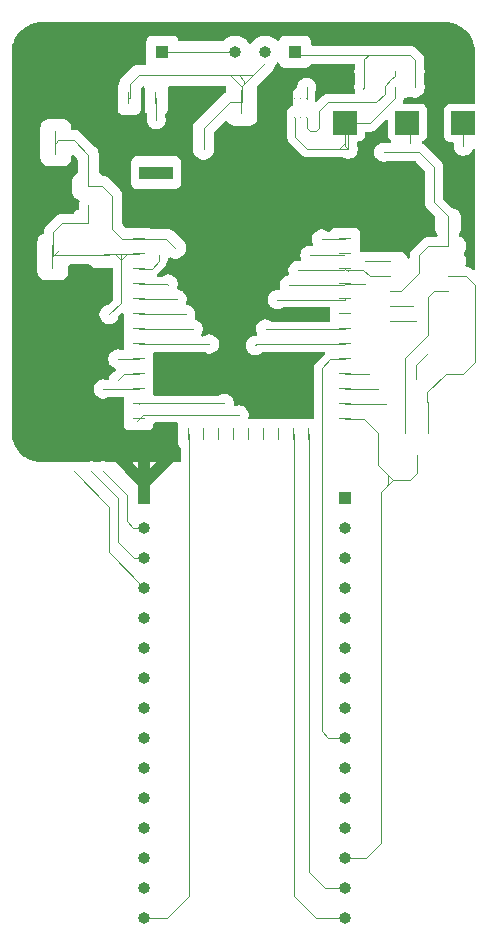
<source format=gtl>
G04 #@! TF.GenerationSoftware,KiCad,Pcbnew,9.0.0-rc1-3364bd0a8b~181~ubuntu24.04.1*
G04 #@! TF.CreationDate,2025-01-10T08:54:52+01:00*
G04 #@! TF.ProjectId,Spinne_Werkstatt,5370696e-6e65-45f5-9765-726b73746174,rev?*
G04 #@! TF.SameCoordinates,Original*
G04 #@! TF.FileFunction,Copper,L1,Top*
G04 #@! TF.FilePolarity,Positive*
%FSLAX46Y46*%
G04 Gerber Fmt 4.6, Leading zero omitted, Abs format (unit mm)*
G04 Created by KiCad (PCBNEW 9.0.0-rc1-3364bd0a8b~181~ubuntu24.04.1) date 2025-01-10 08:54:52*
%MOMM*%
%LPD*%
G01*
G04 APERTURE LIST*
G04 Aperture macros list*
%AMRoundRect*
0 Rectangle with rounded corners*
0 $1 Rounding radius*
0 $2 $3 $4 $5 $6 $7 $8 $9 X,Y pos of 4 corners*
0 Add a 4 corners polygon primitive as box body*
4,1,4,$2,$3,$4,$5,$6,$7,$8,$9,$2,$3,0*
0 Add four circle primitives for the rounded corners*
1,1,$1+$1,$2,$3*
1,1,$1+$1,$4,$5*
1,1,$1+$1,$6,$7*
1,1,$1+$1,$8,$9*
0 Add four rect primitives between the rounded corners*
20,1,$1+$1,$2,$3,$4,$5,0*
20,1,$1+$1,$4,$5,$6,$7,0*
20,1,$1+$1,$6,$7,$8,$9,0*
20,1,$1+$1,$8,$9,$2,$3,0*%
G04 Aperture macros list end*
G04 #@! TA.AperFunction,SMDPad,CuDef*
%ADD10RoundRect,0,250000X0,337500X0,475000X-0,337500X0,475000X-0,337500X-0,475000X0,337500X-0,475000X0*%
G04 #@! TD*
G04 #@! TA.AperFunction,SMDPad,CuDef*
%ADD11RoundRect,0,250000X0,550000X-1,250000X0,550000X1,250000X-0,550000X1,250000X-0,550000X-1,250000X0*%
G04 #@! TD*
G04 #@! TA.AperFunction,SMDPad,CuDef*
%ADD12RoundRect,0,250000X-0,475000X0,337500X-0,475000X-0,337500X0,475000X-0,337500X0,475000X0,337500X0*%
G04 #@! TD*
G04 #@! TA.AperFunction,SMDPad,CuDef*
%ADD13R,2,260000X2,160000*%
G04 #@! TD*
G04 #@! TA.AperFunction,ComponentPad*
%ADD14C,0,700000*%
G04 #@! TD*
G04 #@! TA.AperFunction,ComponentPad*
%ADD15O,0,900000X2,400000*%
G04 #@! TD*
G04 #@! TA.AperFunction,ComponentPad*
%ADD16O,0,900000X1,700000*%
G04 #@! TD*
G04 #@! TA.AperFunction,SMDPad,CuDef*
%ADD17R,1,500000X0,900000*%
G04 #@! TD*
G04 #@! TA.AperFunction,SMDPad,CuDef*
%ADD18R,0,900000X1,500000*%
G04 #@! TD*
G04 #@! TA.AperFunction,SMDPad,CuDef*
%ADD19R,0,900000X0,900000*%
G04 #@! TD*
G04 #@! TA.AperFunction,HeatsinkPad*
%ADD20C,0,600000*%
G04 #@! TD*
G04 #@! TA.AperFunction,SMDPad,CuDef*
%ADD21R,3,800000X3,800000*%
G04 #@! TD*
G04 #@! TA.AperFunction,SMDPad,CuDef*
%ADD22R,0,300000X0,990000*%
G04 #@! TD*
G04 #@! TA.AperFunction,SMDPad,CuDef*
%ADD23RoundRect,0,150000X-0,825000X-0,150000X0,825000X-0,150000X0,825000X0,150000X-0,825000X0,150000X0*%
G04 #@! TD*
G04 #@! TA.AperFunction,SMDPad,CuDef*
%ADD24RoundRect,0,150000X-0,150000X0,587500X-0,150000X-0,587500X0,150000X-0,587500X0,150000X0,587500X0*%
G04 #@! TD*
G04 #@! TA.AperFunction,SMDPad,CuDef*
%ADD25RoundRect,0,150000X0,150000X-0,587500X0,150000X0,587500X-0,150000X0,587500X-0,150000X-0,587500X0*%
G04 #@! TD*
G04 #@! TA.AperFunction,SMDPad,CuDef*
%ADD26RoundRect,0,250000X-0,550000X1,250000X-0,550000X-1,250000X0,550000X-1,250000X0,550000X1,250000X0*%
G04 #@! TD*
G04 #@! TA.AperFunction,ComponentPad*
%ADD27R,1,700000X1,700000*%
G04 #@! TD*
G04 #@! TA.AperFunction,ComponentPad*
%ADD28O,1,700000X1,700000*%
G04 #@! TD*
G04 #@! TA.AperFunction,SMDPad,CuDef*
%ADD29R,0,950000X1,750000*%
G04 #@! TD*
G04 #@! TA.AperFunction,SMDPad,CuDef*
%ADD30R,3,200000X1,750000*%
G04 #@! TD*
G04 #@! TA.AperFunction,SMDPad,CuDef*
%ADD31RoundRect,0,250000X-0,625000X0,400000X-0,625000X-0,400000X0,625000X-0,400000X0,625000X0,400000X0*%
G04 #@! TD*
G04 #@! TA.AperFunction,ViaPad*
%ADD32C,0,600000*%
G04 #@! TD*
G04 #@! TA.AperFunction,Conductor*
%ADD33C,0,508000*%
G04 #@! TD*
G04 #@! TA.AperFunction,Conductor*
%ADD34C,0,254000*%
G04 #@! TD*
G04 #@! TA.AperFunction,Conductor*
%ADD35C,1,700000*%
G04 #@! TD*
G04 #@! TA.AperFunction,Conductor*
%ADD36C,0,762000*%
G04 #@! TD*
G04 #@! TA.AperFunction,Conductor*
%ADD37C,0,299974*%
G04 #@! TD*
G04 APERTURE END LIST*
D10*
X156700000Y-54250000D03*
X154625000Y-54250000D03*
D11*
X123500000Y-47450000D03*
X123500000Y-43050000D03*
D12*
X127500000Y-57000000D03*
X127500000Y-59075000D03*
D13*
X153250000Y-50650000D03*
X153250000Y-45750000D03*
X148000000Y-50650000D03*
X148000000Y-45750000D03*
D14*
X154725000Y-42775000D03*
X153875000Y-42775000D03*
X153025000Y-42775000D03*
X152175000Y-42775000D03*
X151325000Y-42775000D03*
X150475000Y-42775000D03*
X149625000Y-42775000D03*
X148775000Y-42775000D03*
X148775000Y-41425000D03*
X149625000Y-41425000D03*
X150475000Y-41425000D03*
X151325000Y-41425000D03*
X152175000Y-41425000D03*
X153025000Y-41425000D03*
X153875000Y-41425000D03*
X154725000Y-41425000D03*
D15*
X156075000Y-41795000D03*
D16*
X156075000Y-38415000D03*
D15*
X147425000Y-41795000D03*
D16*
X147425000Y-38415000D03*
D17*
X130500000Y-54340000D03*
X130500000Y-55610000D03*
X130500000Y-56880000D03*
X130500000Y-58150000D03*
X130500000Y-59420000D03*
X130500000Y-60690000D03*
X130500000Y-61960000D03*
X130500000Y-63230000D03*
X130500000Y-64500000D03*
X130500000Y-65770000D03*
X130500000Y-67040000D03*
X130500000Y-68310000D03*
X130500000Y-69580000D03*
X130500000Y-70850000D03*
D18*
X133535000Y-72100000D03*
X134805000Y-72100000D03*
X136075000Y-72100000D03*
X137345000Y-72100000D03*
X138615000Y-72100000D03*
X139885000Y-72100000D03*
X141155000Y-72100000D03*
X142425000Y-72100000D03*
X143695000Y-72100000D03*
X144965000Y-72100000D03*
D17*
X148000000Y-70850000D03*
X148000000Y-69580000D03*
X148000000Y-68310000D03*
X148000000Y-67040000D03*
X148000000Y-65770000D03*
X148000000Y-64500000D03*
X148000000Y-63230000D03*
X148000000Y-61960000D03*
X148000000Y-60690000D03*
X148000000Y-59420000D03*
X148000000Y-58150000D03*
X148000000Y-56880000D03*
X148000000Y-55610000D03*
X148000000Y-54340000D03*
D19*
X136350000Y-60280000D03*
D20*
X136350000Y-60980000D03*
D19*
X136350000Y-61680000D03*
D20*
X136350000Y-62380000D03*
D19*
X136350000Y-63080000D03*
D20*
X137050000Y-60280000D03*
X137050000Y-61680000D03*
X137050000Y-63080000D03*
D19*
X137750000Y-60280000D03*
D20*
X137750000Y-60980000D03*
D19*
X137750000Y-61680000D03*
D21*
X137750000Y-61680000D03*
D20*
X137750000Y-62380000D03*
D19*
X137750000Y-63080000D03*
D20*
X138450000Y-60280000D03*
X138450000Y-61680000D03*
X138450000Y-63080000D03*
D19*
X139150000Y-60280000D03*
D20*
X139150000Y-60980000D03*
D19*
X139150000Y-61680000D03*
D20*
X139150000Y-62380000D03*
D19*
X139150000Y-63080000D03*
D22*
X143750000Y-45360000D03*
X144250000Y-45360000D03*
X144750000Y-45360000D03*
X144750000Y-43750000D03*
X144250000Y-43750000D03*
X143750000Y-43750000D03*
D23*
X151775000Y-56210000D03*
X151775000Y-57480000D03*
X151775000Y-58750000D03*
X151775000Y-60020000D03*
X151775000Y-61290000D03*
X151775000Y-62560000D03*
X151775000Y-63830000D03*
X151775000Y-65100000D03*
X156725000Y-65100000D03*
X156725000Y-63830000D03*
X156725000Y-62560000D03*
X156725000Y-61290000D03*
X156725000Y-60020000D03*
X156725000Y-58750000D03*
X156725000Y-57480000D03*
X156725000Y-56210000D03*
D13*
X158000000Y-50700000D03*
X158000000Y-45800000D03*
D24*
X155000000Y-72000000D03*
X153100000Y-72000000D03*
X154050000Y-73875000D03*
D25*
X153050000Y-69375000D03*
X154950000Y-69375000D03*
X154000000Y-67500000D03*
D26*
X123250000Y-57100000D03*
X123250000Y-61500000D03*
D27*
X132525000Y-39750000D03*
D28*
X129985000Y-39750000D03*
D27*
X143750000Y-39750000D03*
D28*
X141210000Y-39750000D03*
X138670000Y-39750000D03*
D29*
X134300000Y-43700000D03*
X132000000Y-43700000D03*
X129700000Y-43700000D03*
D30*
X132000000Y-50000000D03*
D31*
X126250000Y-51150000D03*
X126250000Y-54250000D03*
D26*
X139250000Y-44050000D03*
X139250000Y-48450000D03*
D27*
X148000000Y-77500000D03*
D28*
X148000000Y-80040000D03*
X148000000Y-82580000D03*
X148000000Y-85120000D03*
X148000000Y-87660000D03*
X148000000Y-90200000D03*
X148000000Y-92740000D03*
X148000000Y-95280000D03*
X148000000Y-97820000D03*
X148000000Y-100360000D03*
X148000000Y-102900000D03*
X148000000Y-105440000D03*
X148000000Y-107980000D03*
X148000000Y-110520000D03*
X148000000Y-113060000D03*
D27*
X131000000Y-77500000D03*
D28*
X131000000Y-80040000D03*
X131000000Y-82580000D03*
X131000000Y-85120000D03*
X131000000Y-87660000D03*
X131000000Y-90200000D03*
X131000000Y-92740000D03*
X131000000Y-95280000D03*
X131000000Y-97820000D03*
X131000000Y-100360000D03*
X131000000Y-102900000D03*
X131000000Y-105440000D03*
X131000000Y-107980000D03*
X131000000Y-110520000D03*
X131000000Y-113060000D03*
D32*
X128000000Y-62000000D03*
X155000000Y-65250000D03*
X126500000Y-75250000D03*
X126250000Y-52750000D03*
X151250000Y-48250000D03*
X125000000Y-47250000D03*
X132000000Y-45500000D03*
X133625000Y-56375000D03*
X127500000Y-75250000D03*
X136000000Y-48000000D03*
X158000000Y-47750000D03*
X144750000Y-42750000D03*
X132250000Y-57000000D03*
X124993144Y-75256856D03*
X128750000Y-65770000D03*
X134500000Y-62000000D03*
X133000000Y-59420000D03*
X133750000Y-60690000D03*
X137750000Y-69500000D03*
X135127000Y-63230000D03*
X136500000Y-64500000D03*
X127500000Y-68310000D03*
X139000000Y-70500000D03*
X128795000Y-67545000D03*
X144000000Y-58250000D03*
X150750000Y-68310000D03*
X140375000Y-64625000D03*
X150000000Y-67040000D03*
X141250000Y-63230000D03*
X146000000Y-55610000D03*
X142250000Y-60750000D03*
X145000000Y-57000000D03*
X151500000Y-69500000D03*
X149656800Y-59420000D03*
X149656800Y-57480000D03*
X143250000Y-59500000D03*
X148250000Y-48000000D03*
X153750000Y-61290000D03*
X153504000Y-47500000D03*
X154000000Y-62560000D03*
D33*
X156725000Y-56210000D02*
X156725000Y-54275000D01*
X156725000Y-54275000D02*
X156700000Y-54250000D01*
X155500000Y-52500000D02*
X156700000Y-53700000D01*
X156700000Y-53700000D02*
X156700000Y-54250000D01*
D34*
X128000000Y-62000000D02*
X129000000Y-61000000D01*
D33*
X127620000Y-56880000D02*
X127500000Y-57000000D01*
D34*
X129000000Y-61000000D02*
X129000000Y-57500000D01*
X129000000Y-57380000D02*
X128500000Y-56880000D01*
D33*
X129500000Y-56880000D02*
X129000000Y-56880000D01*
D34*
X129000000Y-57380000D02*
X129500000Y-56880000D01*
D33*
X123250000Y-55000000D02*
X124000000Y-54250000D01*
X129000000Y-56880000D02*
X128500000Y-56880000D01*
X154000000Y-66250000D02*
X155000000Y-65250000D01*
D34*
X129000000Y-57500000D02*
X129000000Y-57380000D01*
D33*
X123250000Y-57050000D02*
X123250000Y-55000000D01*
X128500000Y-56880000D02*
X127620000Y-56880000D01*
D34*
X129000000Y-57500000D02*
X129000000Y-56880000D01*
X128750000Y-77500000D02*
X128750000Y-81250000D01*
X130080000Y-82580000D02*
X131000000Y-82580000D01*
D33*
X126250000Y-54250000D02*
X126250000Y-52750000D01*
X154000000Y-67500000D02*
X154000000Y-66250000D01*
X123250000Y-57050000D02*
X123300000Y-57000000D01*
X123300000Y-57000000D02*
X123750000Y-56550000D01*
D34*
X128750000Y-81250000D02*
X130080000Y-82580000D01*
D33*
X130500000Y-56880000D02*
X129500000Y-56880000D01*
D34*
X126500000Y-75250000D02*
X128750000Y-77500000D01*
D33*
X124000000Y-54250000D02*
X126250000Y-54250000D01*
X128000000Y-57000000D02*
X123300000Y-57000000D01*
D35*
X131000000Y-77500000D02*
X131000000Y-76250000D01*
X131000000Y-76250000D02*
X131000000Y-74250000D01*
X131000000Y-76250000D02*
X133250000Y-74000000D01*
D33*
X133535000Y-72100000D02*
X133500000Y-72135000D01*
D35*
X131000000Y-76250000D02*
X128500000Y-73750000D01*
D33*
X154255000Y-48255000D02*
X153191268Y-48255000D01*
X151775000Y-60020000D02*
X152730000Y-60020000D01*
D36*
X127400000Y-51150000D02*
X128250000Y-52000000D01*
D33*
X152730000Y-60020000D02*
X154250000Y-58500000D01*
D34*
X129500000Y-77250000D02*
X129500000Y-79500000D01*
X130040000Y-80040000D02*
X131000000Y-80040000D01*
D33*
X153186268Y-48250000D02*
X151250000Y-48250000D01*
D36*
X128250000Y-52000000D02*
X128250000Y-54750000D01*
X130500000Y-55610000D02*
X132860000Y-55610000D01*
X129110000Y-55610000D02*
X130500000Y-55610000D01*
D34*
X127500000Y-75250000D02*
X129500000Y-77250000D01*
D33*
X155040000Y-56210000D02*
X156725000Y-56210000D01*
X155500000Y-49500000D02*
X154255000Y-48255000D01*
X123700000Y-47250000D02*
X123500000Y-47450000D01*
X155500000Y-52500000D02*
X155500000Y-49500000D01*
X154250000Y-58500000D02*
X154250000Y-57000000D01*
X125000000Y-47250000D02*
X123700000Y-47250000D01*
D36*
X126250000Y-51150000D02*
X127400000Y-51150000D01*
X126250000Y-51150000D02*
X126250000Y-48500000D01*
X126250000Y-48500000D02*
X125000000Y-47250000D01*
X128250000Y-54750000D02*
X129110000Y-55610000D01*
D34*
X129500000Y-79500000D02*
X130040000Y-80040000D01*
D33*
X132000000Y-45500000D02*
X132000000Y-43700000D01*
X154250000Y-57000000D02*
X155040000Y-56210000D01*
X153191268Y-48255000D02*
X153186268Y-48250000D01*
D36*
X132860000Y-55610000D02*
X133625000Y-56375000D01*
X138250000Y-41750000D02*
X139000000Y-41750000D01*
X139250000Y-44050000D02*
X139250000Y-42750000D01*
X136000000Y-48000000D02*
X136000000Y-46250000D01*
X129700000Y-43700000D02*
X129750000Y-43650000D01*
X139460000Y-42210000D02*
X139000000Y-41750000D01*
X140170000Y-41750000D02*
X141210000Y-40710000D01*
X129750000Y-42500000D02*
X130500000Y-41750000D01*
X139250000Y-44050000D02*
X139250000Y-42670000D01*
X139000000Y-41750000D02*
X140170000Y-41750000D01*
X130500000Y-41750000D02*
X138250000Y-41750000D01*
X139250000Y-42750000D02*
X138250000Y-41750000D01*
X136000000Y-46250000D02*
X138200000Y-44050000D01*
X138200000Y-44050000D02*
X139250000Y-44050000D01*
X139250000Y-42670000D02*
X140170000Y-41750000D01*
X139250000Y-42670000D02*
X139460000Y-42460000D01*
X129750000Y-43650000D02*
X129750000Y-42500000D01*
X139460000Y-42460000D02*
X139460000Y-42210000D01*
D33*
X153875000Y-41425000D02*
X153875000Y-42775000D01*
X153875000Y-41425000D02*
X153875000Y-41375000D01*
X149625000Y-41425000D02*
X149625000Y-40375000D01*
X153875000Y-41375000D02*
X153920000Y-41330000D01*
X158000000Y-47750000D02*
X158000000Y-45800000D01*
X144000000Y-40000000D02*
X143750000Y-39750000D01*
X149625000Y-40375000D02*
X150000000Y-40000000D01*
X153500000Y-40000000D02*
X150000000Y-40000000D01*
X153920000Y-41330000D02*
X153920000Y-40420000D01*
X153920000Y-40420000D02*
X153500000Y-40000000D01*
D37*
X144750000Y-42750000D02*
X144750000Y-43750000D01*
D34*
X149500000Y-42900000D02*
X149625000Y-42775000D01*
D33*
X149625000Y-41425000D02*
X149625000Y-42775000D01*
X150000000Y-40000000D02*
X144000000Y-40000000D01*
D34*
X130500000Y-58150000D02*
X131600000Y-58150000D01*
X128000000Y-82120000D02*
X131000000Y-85120000D01*
X132250000Y-57000000D02*
X132250000Y-57500000D01*
X128000000Y-78263712D02*
X128000000Y-82120000D01*
X131600000Y-58150000D02*
X132250000Y-57500000D01*
X124993144Y-75256856D02*
X128000000Y-78263712D01*
X128750000Y-65770000D02*
X130500000Y-65770000D01*
X134500000Y-62000000D02*
X130540000Y-62000000D01*
X130540000Y-62000000D02*
X130500000Y-61960000D01*
X130500000Y-59420000D02*
X132920000Y-59420000D01*
X132920000Y-59420000D02*
X133000000Y-59500000D01*
X133750000Y-60690000D02*
X130500000Y-60690000D01*
X130580000Y-69500000D02*
X130500000Y-69580000D01*
X137750000Y-69500000D02*
X130580000Y-69500000D01*
X130500000Y-63230000D02*
X135127000Y-63230000D01*
X136500000Y-64500000D02*
X130500000Y-64500000D01*
X130500000Y-68310000D02*
X127500000Y-68310000D01*
X130850000Y-70500000D02*
X130500000Y-70850000D01*
X139000000Y-70500000D02*
X130850000Y-70500000D01*
X130350000Y-71000000D02*
X130500000Y-70850000D01*
X131000000Y-113060000D02*
X132940000Y-113060000D01*
X132940000Y-113060000D02*
X134750000Y-111250000D01*
X134750000Y-111250000D02*
X134750000Y-72155000D01*
X134750000Y-72155000D02*
X134805000Y-72100000D01*
X129300000Y-67040000D02*
X130500000Y-67040000D01*
X128795000Y-67545000D02*
X129300000Y-67040000D01*
X146570000Y-97820000D02*
X146000000Y-97250000D01*
X148000000Y-97820000D02*
X146570000Y-97820000D01*
X146770000Y-65770000D02*
X148000000Y-65770000D01*
X146000000Y-97250000D02*
X146000000Y-66500000D01*
X146750000Y-65750000D02*
X146770000Y-65770000D01*
X146000000Y-66500000D02*
X146750000Y-65750000D01*
X143695000Y-72100000D02*
X143695000Y-111195000D01*
X143695000Y-111195000D02*
X145560000Y-113060000D01*
X145560000Y-113060000D02*
X148000000Y-113060000D01*
D33*
X148085000Y-58235000D02*
X148000000Y-58150000D01*
X150054532Y-58750000D02*
X149539532Y-58235000D01*
D34*
X144000000Y-58250000D02*
X147900000Y-58250000D01*
D33*
X148195000Y-58345000D02*
X148000000Y-58150000D01*
X151775000Y-58750000D02*
X150054532Y-58750000D01*
D34*
X147900000Y-58250000D02*
X148000000Y-58150000D01*
D33*
X149539532Y-58235000D02*
X148085000Y-58235000D01*
D34*
X150750000Y-68310000D02*
X148000000Y-68310000D01*
X144965000Y-109215000D02*
X144965000Y-72100000D01*
X146270000Y-110520000D02*
X144965000Y-109215000D01*
X148000000Y-110520000D02*
X146270000Y-110520000D01*
X140500000Y-64500000D02*
X148000000Y-64500000D01*
X140375000Y-64625000D02*
X140500000Y-64500000D01*
X148000000Y-67040000D02*
X150000000Y-67040000D01*
X148000000Y-63230000D02*
X141250000Y-63230000D01*
X148000000Y-55610000D02*
X146000000Y-55610000D01*
X142250000Y-60750000D02*
X147940000Y-60750000D01*
X147940000Y-60750000D02*
X148000000Y-60690000D01*
X145000000Y-57000000D02*
X147880000Y-57000000D01*
X147880000Y-57000000D02*
X148000000Y-56880000D01*
X151500000Y-69500000D02*
X151420000Y-69580000D01*
X151420000Y-69580000D02*
X148000000Y-69580000D01*
D33*
X149670000Y-59420000D02*
X148000000Y-59420000D01*
X151755000Y-57500000D02*
X151775000Y-57480000D01*
D34*
X143250000Y-59500000D02*
X147920000Y-59500000D01*
D33*
X149656800Y-57500000D02*
X151755000Y-57500000D01*
D34*
X147920000Y-59500000D02*
X148000000Y-59420000D01*
D36*
X138670000Y-39750000D02*
X132525000Y-39750000D01*
D33*
X155000000Y-72000000D02*
X155000000Y-69425000D01*
X159000000Y-66000000D02*
X159000000Y-59500000D01*
X158250000Y-58750000D02*
X159000000Y-59500000D01*
X156500000Y-67000000D02*
X158000000Y-67000000D01*
X155000000Y-69425000D02*
X154950000Y-69375000D01*
X154950000Y-68550000D02*
X156500000Y-67000000D01*
X158000000Y-67000000D02*
X159000000Y-66000000D01*
X154950000Y-69375000D02*
X154950000Y-68550000D01*
X156725000Y-58750000D02*
X158250000Y-58750000D01*
X153100000Y-69425000D02*
X153050000Y-69375000D01*
X156725000Y-60020000D02*
X155480000Y-60020000D01*
X155480000Y-60020000D02*
X155000000Y-60500000D01*
X153050000Y-69375000D02*
X153050000Y-65700000D01*
X155000000Y-63750000D02*
X155000000Y-60500000D01*
X153100000Y-72000000D02*
X153100000Y-69425000D01*
X153050000Y-65700000D02*
X155000000Y-63750000D01*
X152000000Y-76000000D02*
X151375000Y-75375000D01*
X151500000Y-76500000D02*
X151625000Y-76375000D01*
X151625000Y-75625000D02*
X151375000Y-75375000D01*
X152000000Y-76000000D02*
X151500000Y-76500000D01*
X151000000Y-77000000D02*
X151500000Y-76500000D01*
X150750000Y-74750000D02*
X150750000Y-72000000D01*
X148000000Y-107980000D02*
X149770000Y-107980000D01*
X151625000Y-76375000D02*
X151625000Y-75625000D01*
X154050000Y-73875000D02*
X154050000Y-75450000D01*
X153500000Y-76000000D02*
X152000000Y-76000000D01*
X154050000Y-75450000D02*
X153500000Y-76000000D01*
X149770000Y-107980000D02*
X151000000Y-106750000D01*
X151000000Y-106750000D02*
X151000000Y-77000000D01*
X150750000Y-72000000D02*
X149600000Y-70850000D01*
X151375000Y-75375000D02*
X150750000Y-74750000D01*
X149600000Y-70850000D02*
X148000000Y-70850000D01*
X148250000Y-46000000D02*
X148250000Y-48000000D01*
D37*
X144750000Y-48000000D02*
X147250000Y-48000000D01*
X143750000Y-45360000D02*
X143750000Y-47000000D01*
D33*
X148000000Y-45750000D02*
X148250000Y-46000000D01*
X148000000Y-47750000D02*
X148250000Y-48000000D01*
D37*
X143750000Y-47000000D02*
X144750000Y-48000000D01*
D33*
X150125000Y-45750000D02*
X152175000Y-43700000D01*
X148000000Y-47500000D02*
X148000000Y-47750000D01*
X152175000Y-43700000D02*
X152175000Y-42775000D01*
X148000000Y-45750000D02*
X150125000Y-45750000D01*
X148000000Y-45750000D02*
X148000000Y-47500000D01*
D37*
X147500000Y-48000000D02*
X148250000Y-48000000D01*
D33*
X151775000Y-61290000D02*
X153750000Y-61290000D01*
D37*
X147250000Y-48000000D02*
X147500000Y-48000000D01*
X147500000Y-48000000D02*
X148000000Y-47500000D01*
X144750000Y-45360000D02*
X144750000Y-46250000D01*
X150644420Y-44000000D02*
X151325000Y-43319420D01*
X145750000Y-46250000D02*
X145750000Y-44750000D01*
X145750000Y-44750000D02*
X146500000Y-44000000D01*
X145500000Y-46500000D02*
X145750000Y-46250000D01*
D34*
X151325000Y-42666163D02*
X151325000Y-42775000D01*
D37*
X151325000Y-43319420D02*
X151325000Y-42775000D01*
D34*
X152175000Y-41825000D02*
X151903000Y-42097000D01*
X151903000Y-42097000D02*
X151894163Y-42097000D01*
X151894163Y-42097000D02*
X151325000Y-42666163D01*
D33*
X153504000Y-46004000D02*
X153250000Y-45750000D01*
D37*
X144750000Y-46250000D02*
X145000000Y-46500000D01*
X151325000Y-42775000D02*
X151325000Y-42675000D01*
X146500000Y-44000000D02*
X150644420Y-44000000D01*
D33*
X153504000Y-47500000D02*
X153504000Y-46004000D01*
D37*
X145000000Y-46500000D02*
X145500000Y-46500000D01*
D34*
X152175000Y-41425000D02*
X152175000Y-41825000D01*
D33*
X151775000Y-62560000D02*
X154000000Y-62560000D01*
G04 #@! TA.AperFunction,Conductor*
G36*
X156463801Y-37250230D02*
G01*
X156494523Y-37252088D01*
X156758566Y-37268059D01*
X156773647Y-37269890D01*
X157060374Y-37322435D01*
X157075121Y-37326070D01*
X157353432Y-37412795D01*
X157367644Y-37418186D01*
X157633445Y-37537813D01*
X157646910Y-37544879D01*
X157896373Y-37695685D01*
X157908872Y-37704312D01*
X158138342Y-37884090D01*
X158149722Y-37894173D01*
X158355826Y-38100277D01*
X158365910Y-38111658D01*
X158545684Y-38341124D01*
X158554316Y-38353629D01*
X158665010Y-38536738D01*
X158705116Y-38603082D01*
X158712186Y-38616554D01*
X158831811Y-38882350D01*
X158837207Y-38896576D01*
X158923925Y-39174862D01*
X158927566Y-39189636D01*
X158980107Y-39476340D01*
X158981941Y-39491444D01*
X158999770Y-39786197D01*
X159000000Y-39793805D01*
X159000000Y-44085500D01*
X158979998Y-44153621D01*
X158926342Y-44200114D01*
X158874000Y-44211500D01*
X156821350Y-44211500D01*
X156760803Y-44218009D01*
X156760795Y-44218011D01*
X156623797Y-44269110D01*
X156623792Y-44269112D01*
X156506738Y-44356738D01*
X156419112Y-44473792D01*
X156419110Y-44473797D01*
X156368011Y-44610795D01*
X156368009Y-44610803D01*
X156361500Y-44671350D01*
X156361500Y-46928649D01*
X156368009Y-46989196D01*
X156368011Y-46989204D01*
X156419110Y-47126202D01*
X156419112Y-47126207D01*
X156506738Y-47243261D01*
X156623792Y-47330887D01*
X156623794Y-47330888D01*
X156623796Y-47330889D01*
X156682875Y-47352924D01*
X156760795Y-47381988D01*
X156760803Y-47381990D01*
X156821350Y-47388499D01*
X156821355Y-47388499D01*
X156821362Y-47388500D01*
X157094036Y-47388500D01*
X157162157Y-47408502D01*
X157208650Y-47462158D01*
X157218754Y-47532432D01*
X157217615Y-47539082D01*
X157191500Y-47670367D01*
X157191500Y-47829632D01*
X157207035Y-47907730D01*
X157222570Y-47985831D01*
X157283517Y-48132968D01*
X157371997Y-48265389D01*
X157372000Y-48265392D01*
X157372003Y-48265396D01*
X157484603Y-48377996D01*
X157484609Y-48378001D01*
X157484611Y-48378003D01*
X157617032Y-48466483D01*
X157764169Y-48527430D01*
X157920370Y-48558500D01*
X157920371Y-48558500D01*
X158079629Y-48558500D01*
X158079630Y-48558500D01*
X158235831Y-48527430D01*
X158382968Y-48466483D01*
X158515389Y-48378003D01*
X158628003Y-48265389D01*
X158716483Y-48132968D01*
X158757591Y-48033724D01*
X158802140Y-47978444D01*
X158869503Y-47956023D01*
X158938294Y-47973581D01*
X158986673Y-48025544D01*
X159000000Y-48081943D01*
X159000000Y-58117471D01*
X158979998Y-58185592D01*
X158926342Y-58232085D01*
X158856068Y-58242189D01*
X158791488Y-58212695D01*
X158784905Y-58206566D01*
X158736069Y-58157730D01*
X158736065Y-58157727D01*
X158611179Y-58074282D01*
X158525219Y-58038676D01*
X158472414Y-58016803D01*
X158325103Y-57987500D01*
X158325100Y-57987500D01*
X158299680Y-57987500D01*
X158231559Y-57967498D01*
X158185066Y-57913842D01*
X158174962Y-57843568D01*
X158178680Y-57826358D01*
X158205562Y-57733831D01*
X158208499Y-57696511D01*
X158208500Y-57696511D01*
X158208500Y-57263489D01*
X158208499Y-57263488D01*
X158206322Y-57235833D01*
X158205562Y-57226169D01*
X158159145Y-57066399D01*
X158159143Y-57066397D01*
X158159143Y-57066394D01*
X158074456Y-56923198D01*
X158074455Y-56923197D01*
X158074453Y-56923193D01*
X158074449Y-56923189D01*
X158073708Y-56922233D01*
X158073356Y-56921337D01*
X158070418Y-56916369D01*
X158071219Y-56915895D01*
X158047756Y-56856150D01*
X158061652Y-56786526D01*
X158073708Y-56767767D01*
X158074445Y-56766814D01*
X158074453Y-56766807D01*
X158150145Y-56638819D01*
X158159143Y-56623605D01*
X158159143Y-56623603D01*
X158159145Y-56623601D01*
X158205562Y-56463831D01*
X158208499Y-56426511D01*
X158208500Y-56426511D01*
X158208500Y-55993489D01*
X158208499Y-55993488D01*
X158205562Y-55956171D01*
X158205562Y-55956170D01*
X158193489Y-55914613D01*
X158159145Y-55796399D01*
X158159143Y-55796397D01*
X158159143Y-55796394D01*
X158074455Y-55653196D01*
X158074450Y-55653189D01*
X157956810Y-55535549D01*
X157956803Y-55535544D01*
X157813605Y-55450856D01*
X157685560Y-55413656D01*
X157625725Y-55375443D01*
X157596047Y-55310947D01*
X157605950Y-55240644D01*
X157631619Y-55203562D01*
X157636530Y-55198652D01*
X157729615Y-55047738D01*
X157785387Y-54879426D01*
X157796000Y-54775545D01*
X157795999Y-53724456D01*
X157785387Y-53620574D01*
X157729615Y-53452262D01*
X157636530Y-53301348D01*
X157636529Y-53301347D01*
X157636524Y-53301341D01*
X157511158Y-53175975D01*
X157511152Y-53175970D01*
X157472198Y-53151943D01*
X157360238Y-53082885D01*
X157191926Y-53027113D01*
X157191923Y-53027112D01*
X157140202Y-53021828D01*
X157074467Y-52995006D01*
X157063914Y-52985576D01*
X156299405Y-52221067D01*
X156265379Y-52158755D01*
X156262500Y-52131972D01*
X156262500Y-49424899D01*
X156262499Y-49424896D01*
X156233197Y-49277587D01*
X156175718Y-49138821D01*
X156092273Y-49013935D01*
X156092272Y-49013934D01*
X156092269Y-49013930D01*
X154741069Y-47662730D01*
X154741065Y-47662727D01*
X154616176Y-47579280D01*
X154616173Y-47579279D01*
X154537735Y-47546788D01*
X154482454Y-47502240D01*
X154460034Y-47434876D01*
X154477593Y-47366085D01*
X154529555Y-47317707D01*
X154541907Y-47312330D01*
X154626204Y-47280889D01*
X154643616Y-47267855D01*
X154743261Y-47193261D01*
X154830887Y-47076207D01*
X154830887Y-47076206D01*
X154830889Y-47076204D01*
X154881989Y-46939201D01*
X154883124Y-46928649D01*
X154888499Y-46878649D01*
X154888500Y-46878632D01*
X154888500Y-44621367D01*
X154888499Y-44621350D01*
X154881990Y-44560803D01*
X154881988Y-44560795D01*
X154830889Y-44423797D01*
X154830887Y-44423792D01*
X154743261Y-44306738D01*
X154626207Y-44219112D01*
X154626202Y-44219110D01*
X154489204Y-44168011D01*
X154489196Y-44168009D01*
X154428649Y-44161500D01*
X154428638Y-44161500D01*
X152997736Y-44161500D01*
X152929615Y-44141498D01*
X152883122Y-44087842D01*
X152873018Y-44017568D01*
X152881328Y-43987281D01*
X152908193Y-43922424D01*
X152908194Y-43922419D01*
X152908197Y-43922413D01*
X152937500Y-43775100D01*
X152937500Y-43759500D01*
X152957502Y-43691379D01*
X153011158Y-43644886D01*
X153063500Y-43633500D01*
X153109555Y-43633500D01*
X153275415Y-43600508D01*
X153401783Y-43548164D01*
X153472372Y-43540576D01*
X153498214Y-43548163D01*
X153624585Y-43600508D01*
X153790445Y-43633500D01*
X153959555Y-43633500D01*
X154125415Y-43600508D01*
X154281652Y-43535793D01*
X154422262Y-43441841D01*
X154541841Y-43322262D01*
X154635793Y-43181652D01*
X154700508Y-43025415D01*
X154733500Y-42859555D01*
X154733500Y-42690445D01*
X154700508Y-42524585D01*
X154675047Y-42463118D01*
X154647091Y-42395623D01*
X154637500Y-42347405D01*
X154637500Y-41852593D01*
X154647091Y-41804375D01*
X154700508Y-41675415D01*
X154733500Y-41509555D01*
X154733500Y-41340445D01*
X154700508Y-41174585D01*
X154692091Y-41154264D01*
X154682500Y-41106046D01*
X154682500Y-40344899D01*
X154682499Y-40344896D01*
X154667896Y-40271483D01*
X154653197Y-40197587D01*
X154630577Y-40142977D01*
X154595719Y-40058821D01*
X154512273Y-39933935D01*
X153986065Y-39407727D01*
X153861179Y-39324282D01*
X153722414Y-39266803D01*
X153575103Y-39237500D01*
X153575100Y-39237500D01*
X150075100Y-39237500D01*
X145234500Y-39237500D01*
X145166379Y-39217498D01*
X145119886Y-39163842D01*
X145108500Y-39111500D01*
X145108500Y-38851367D01*
X145108499Y-38851350D01*
X145101990Y-38790803D01*
X145101988Y-38790795D01*
X145050889Y-38653797D01*
X145050887Y-38653792D01*
X144963261Y-38536738D01*
X144846207Y-38449112D01*
X144846202Y-38449110D01*
X144709204Y-38398011D01*
X144709196Y-38398009D01*
X144648649Y-38391500D01*
X144648638Y-38391500D01*
X142851362Y-38391500D01*
X142851350Y-38391500D01*
X142790803Y-38398009D01*
X142790795Y-38398011D01*
X142653797Y-38449110D01*
X142653792Y-38449112D01*
X142536738Y-38536738D01*
X142449112Y-38653792D01*
X142449110Y-38653797D01*
X142405131Y-38771708D01*
X142362584Y-38828544D01*
X142296064Y-38853354D01*
X142226690Y-38838262D01*
X142197981Y-38816770D01*
X142095009Y-38713798D01*
X142095006Y-38713796D01*
X142095004Y-38713794D01*
X141922009Y-38588106D01*
X141731483Y-38491028D01*
X141731480Y-38491027D01*
X141731478Y-38491026D01*
X141528120Y-38424952D01*
X141528123Y-38424952D01*
X141488801Y-38418724D01*
X141316916Y-38391500D01*
X141103084Y-38391500D01*
X140891884Y-38424951D01*
X140891878Y-38424952D01*
X140688521Y-38491026D01*
X140688515Y-38491029D01*
X140497987Y-38588108D01*
X140324993Y-38713796D01*
X140324990Y-38713798D01*
X140173798Y-38864990D01*
X140173796Y-38864993D01*
X140048108Y-39037987D01*
X140047434Y-39039088D01*
X140047068Y-39039418D01*
X140045196Y-39041996D01*
X140044654Y-39041602D01*
X139994787Y-39086721D01*
X139924745Y-39098328D01*
X139859547Y-39070226D01*
X139834976Y-39041870D01*
X139834804Y-39041996D01*
X139833341Y-39039982D01*
X139832566Y-39039088D01*
X139831896Y-39037996D01*
X139831894Y-39037991D01*
X139706206Y-38864996D01*
X139706203Y-38864993D01*
X139706201Y-38864990D01*
X139555009Y-38713798D01*
X139555006Y-38713796D01*
X139555004Y-38713794D01*
X139382009Y-38588106D01*
X139191483Y-38491028D01*
X139191480Y-38491027D01*
X139191478Y-38491026D01*
X138988120Y-38424952D01*
X138988123Y-38424952D01*
X138948801Y-38418724D01*
X138776916Y-38391500D01*
X138563084Y-38391500D01*
X138351884Y-38424951D01*
X138351878Y-38424952D01*
X138148521Y-38491026D01*
X138148515Y-38491029D01*
X137957987Y-38588108D01*
X137784995Y-38713794D01*
X137730095Y-38768694D01*
X137675193Y-38823596D01*
X137612884Y-38857620D01*
X137586100Y-38860500D01*
X133990469Y-38860500D01*
X133922348Y-38840498D01*
X133875855Y-38786842D01*
X133872422Y-38778556D01*
X133825889Y-38653796D01*
X133825886Y-38653792D01*
X133825886Y-38653791D01*
X133738261Y-38536738D01*
X133621207Y-38449112D01*
X133621202Y-38449110D01*
X133484204Y-38398011D01*
X133484196Y-38398009D01*
X133423649Y-38391500D01*
X133423638Y-38391500D01*
X131626362Y-38391500D01*
X131626350Y-38391500D01*
X131565803Y-38398009D01*
X131565795Y-38398011D01*
X131428797Y-38449110D01*
X131428792Y-38449112D01*
X131311738Y-38536738D01*
X131224112Y-38653792D01*
X131224110Y-38653797D01*
X131173011Y-38790795D01*
X131173009Y-38790803D01*
X131166500Y-38851350D01*
X131166500Y-40648649D01*
X131173853Y-40717039D01*
X131171508Y-40717291D01*
X131168346Y-40776406D01*
X131126826Y-40833996D01*
X131060762Y-40859997D01*
X131049519Y-40860500D01*
X130412388Y-40860500D01*
X130240541Y-40894683D01*
X130240536Y-40894685D01*
X130078664Y-40961735D01*
X129932981Y-41059077D01*
X129932974Y-41059082D01*
X129059082Y-41932974D01*
X129059077Y-41932981D01*
X128961735Y-42078664D01*
X128894685Y-42240536D01*
X128894683Y-42240541D01*
X128860500Y-42412389D01*
X128860500Y-42421457D01*
X128840498Y-42489578D01*
X128835368Y-42496966D01*
X128774112Y-42578792D01*
X128774110Y-42578797D01*
X128723011Y-42715795D01*
X128723009Y-42715803D01*
X128716500Y-42776350D01*
X128716500Y-44623649D01*
X128723009Y-44684196D01*
X128723011Y-44684204D01*
X128774110Y-44821202D01*
X128774112Y-44821207D01*
X128861738Y-44938261D01*
X128978792Y-45025887D01*
X128978794Y-45025888D01*
X128978796Y-45025889D01*
X129037875Y-45047924D01*
X129115795Y-45076988D01*
X129115803Y-45076990D01*
X129176350Y-45083499D01*
X129176355Y-45083499D01*
X129176362Y-45083500D01*
X129176368Y-45083500D01*
X130223632Y-45083500D01*
X130223638Y-45083500D01*
X130223645Y-45083499D01*
X130223649Y-45083499D01*
X130284196Y-45076990D01*
X130284199Y-45076989D01*
X130284201Y-45076989D01*
X130421204Y-45025889D01*
X130429428Y-45019733D01*
X130538261Y-44938261D01*
X130625887Y-44821207D01*
X130625887Y-44821206D01*
X130625889Y-44821204D01*
X130676989Y-44684201D01*
X130678370Y-44671362D01*
X130683499Y-44623649D01*
X130683500Y-44623632D01*
X130683500Y-42876633D01*
X130692283Y-42846717D01*
X130698912Y-42816248D01*
X130702726Y-42811152D01*
X130703502Y-42808512D01*
X130720405Y-42787538D01*
X130801405Y-42706538D01*
X130863717Y-42672512D01*
X130934532Y-42677577D01*
X130991368Y-42720124D01*
X131016179Y-42786644D01*
X131016500Y-42795633D01*
X131016500Y-44623649D01*
X131023009Y-44684196D01*
X131023011Y-44684204D01*
X131074110Y-44821202D01*
X131074112Y-44821207D01*
X131161736Y-44938258D01*
X131161737Y-44938259D01*
X131161739Y-44938261D01*
X131187010Y-44957179D01*
X131189791Y-44960894D01*
X131194012Y-44962822D01*
X131210865Y-44989045D01*
X131229555Y-45014013D01*
X131230587Y-45019733D01*
X131232396Y-45022548D01*
X131237500Y-45058046D01*
X131237500Y-45203061D01*
X131227909Y-45251279D01*
X131222572Y-45264162D01*
X131222570Y-45264168D01*
X131191500Y-45420367D01*
X131191500Y-45579632D01*
X131201634Y-45630577D01*
X131222570Y-45735831D01*
X131283517Y-45882968D01*
X131356446Y-45992115D01*
X131371998Y-46015390D01*
X131372003Y-46015396D01*
X131484603Y-46127996D01*
X131484609Y-46128001D01*
X131484611Y-46128003D01*
X131617032Y-46216483D01*
X131764169Y-46277430D01*
X131920370Y-46308500D01*
X131920371Y-46308500D01*
X132079629Y-46308500D01*
X132079630Y-46308500D01*
X132235831Y-46277430D01*
X132382968Y-46216483D01*
X132515389Y-46128003D01*
X132628003Y-46015389D01*
X132716483Y-45882968D01*
X132777430Y-45735831D01*
X132808500Y-45579630D01*
X132808500Y-45420370D01*
X132777430Y-45264169D01*
X132772091Y-45251279D01*
X132770438Y-45242968D01*
X132767604Y-45238559D01*
X132762500Y-45203061D01*
X132762500Y-45058046D01*
X132782502Y-44989925D01*
X132812988Y-44957179D01*
X132838261Y-44938261D01*
X132925889Y-44821204D01*
X132976989Y-44684201D01*
X132978370Y-44671362D01*
X132983499Y-44623649D01*
X132983500Y-44623632D01*
X132983500Y-42776367D01*
X132983319Y-42772989D01*
X132984892Y-42772904D01*
X132996350Y-42709171D01*
X133044696Y-42657178D01*
X133109058Y-42639500D01*
X137815500Y-42639500D01*
X137883621Y-42659502D01*
X137930114Y-42713158D01*
X137941500Y-42765500D01*
X137941500Y-43110095D01*
X137921498Y-43178216D01*
X137867842Y-43224709D01*
X137863719Y-43226504D01*
X137778662Y-43261736D01*
X137632981Y-43359077D01*
X137632974Y-43359082D01*
X135309082Y-45682974D01*
X135309077Y-45682981D01*
X135211735Y-45828664D01*
X135144685Y-45990536D01*
X135144683Y-45990541D01*
X135110500Y-46162389D01*
X135110500Y-48087610D01*
X135140919Y-48240536D01*
X135144683Y-48259458D01*
X135211735Y-48421336D01*
X135309080Y-48567023D01*
X135432977Y-48690920D01*
X135578664Y-48788265D01*
X135740542Y-48855317D01*
X135912392Y-48889500D01*
X135912393Y-48889500D01*
X136087607Y-48889500D01*
X136087608Y-48889500D01*
X136259458Y-48855317D01*
X136421336Y-48788265D01*
X136567023Y-48690920D01*
X136690920Y-48567023D01*
X136788265Y-48421336D01*
X136855317Y-48259458D01*
X136889500Y-48087608D01*
X136889500Y-46670632D01*
X136909502Y-46602511D01*
X136926395Y-46581547D01*
X137848406Y-45659535D01*
X137910715Y-45625513D01*
X137981530Y-45630577D01*
X138038366Y-45673124D01*
X138044728Y-45682471D01*
X138100970Y-45773652D01*
X138100975Y-45773658D01*
X138226341Y-45899024D01*
X138226347Y-45899029D01*
X138226348Y-45899030D01*
X138377262Y-45992115D01*
X138545574Y-46047887D01*
X138649455Y-46058500D01*
X139850544Y-46058499D01*
X139954426Y-46047887D01*
X140122738Y-45992115D01*
X140273652Y-45899030D01*
X140399030Y-45773652D01*
X140492115Y-45622738D01*
X140547887Y-45454426D01*
X140558500Y-45350545D01*
X140558499Y-42749456D01*
X140558499Y-42749455D01*
X140558499Y-42749448D01*
X140552533Y-42691059D01*
X140565507Y-42621258D01*
X140588781Y-42589160D01*
X140860919Y-42317024D01*
X140860920Y-42317023D01*
X141900920Y-41277023D01*
X141998265Y-41131336D01*
X142065317Y-40969458D01*
X142095991Y-40815247D01*
X142104898Y-40798220D01*
X142108983Y-40779443D01*
X142128030Y-40753998D01*
X142128899Y-40752338D01*
X142130366Y-40750843D01*
X142197983Y-40683226D01*
X142260294Y-40649203D01*
X142331109Y-40654269D01*
X142387945Y-40696816D01*
X142405131Y-40728291D01*
X142449110Y-40846203D01*
X142449112Y-40846207D01*
X142536738Y-40963261D01*
X142653792Y-41050887D01*
X142653794Y-41050888D01*
X142653796Y-41050889D01*
X142712875Y-41072924D01*
X142790795Y-41101988D01*
X142790803Y-41101990D01*
X142851350Y-41108499D01*
X142851355Y-41108499D01*
X142851362Y-41108500D01*
X142851368Y-41108500D01*
X144648632Y-41108500D01*
X144648638Y-41108500D01*
X144648645Y-41108499D01*
X144648649Y-41108499D01*
X144709196Y-41101990D01*
X144709199Y-41101989D01*
X144709201Y-41101989D01*
X144846204Y-41050889D01*
X144963261Y-40963261D01*
X144964403Y-40961735D01*
X145050887Y-40846207D01*
X145050889Y-40846203D01*
X145051537Y-40844467D01*
X145052646Y-40842984D01*
X145055205Y-40838299D01*
X145055878Y-40838666D01*
X145094084Y-40787631D01*
X145160604Y-40762821D01*
X145169592Y-40762500D01*
X148736500Y-40762500D01*
X148745325Y-40765091D01*
X148754432Y-40763782D01*
X148778857Y-40774937D01*
X148804621Y-40782502D01*
X148810645Y-40789455D01*
X148819012Y-40793276D01*
X148833526Y-40815861D01*
X148851114Y-40836158D01*
X148853438Y-40846844D01*
X148857396Y-40853002D01*
X148862500Y-40888500D01*
X148862500Y-40997405D01*
X148852909Y-41045623D01*
X148799493Y-41174581D01*
X148799492Y-41174584D01*
X148766500Y-41340441D01*
X148766500Y-41509558D01*
X148799492Y-41675415D01*
X148799493Y-41675418D01*
X148852909Y-41804375D01*
X148862500Y-41852593D01*
X148862500Y-42347405D01*
X148852909Y-42395623D01*
X148799493Y-42524581D01*
X148799492Y-42524584D01*
X148766500Y-42690441D01*
X148766500Y-42859558D01*
X148799492Y-43025415D01*
X148799493Y-43025418D01*
X148858260Y-43167295D01*
X148865849Y-43237885D01*
X148834069Y-43301372D01*
X148773011Y-43337599D01*
X148741851Y-43341513D01*
X146435142Y-43341513D01*
X146346843Y-43359077D01*
X146307926Y-43366818D01*
X146307925Y-43366818D01*
X146307922Y-43366819D01*
X146258288Y-43387379D01*
X146258287Y-43387379D01*
X146188089Y-43416456D01*
X146080239Y-43488519D01*
X146080233Y-43488524D01*
X145623595Y-43945163D01*
X145561283Y-43979189D01*
X145490468Y-43974124D01*
X145433632Y-43931577D01*
X145408821Y-43865057D01*
X145408500Y-43856068D01*
X145408500Y-43257967D01*
X145428502Y-43189846D01*
X145429735Y-43187965D01*
X145466483Y-43132968D01*
X145527430Y-42985831D01*
X145558500Y-42829630D01*
X145558500Y-42670370D01*
X145527430Y-42514169D01*
X145466483Y-42367032D01*
X145378003Y-42234611D01*
X145378001Y-42234609D01*
X145377996Y-42234603D01*
X145265396Y-42122003D01*
X145265390Y-42121998D01*
X145265389Y-42121997D01*
X145132968Y-42033517D01*
X144985831Y-41972570D01*
X144907730Y-41957035D01*
X144829632Y-41941500D01*
X144829630Y-41941500D01*
X144670370Y-41941500D01*
X144670367Y-41941500D01*
X144553219Y-41964802D01*
X144514169Y-41972570D01*
X144514167Y-41972571D01*
X144367032Y-42033517D01*
X144234609Y-42121998D01*
X144234603Y-42122003D01*
X144122003Y-42234603D01*
X144121998Y-42234609D01*
X144033517Y-42367032D01*
X143972571Y-42514167D01*
X143972570Y-42514170D01*
X143941500Y-42670367D01*
X143941500Y-42683915D01*
X143921498Y-42752036D01*
X143867842Y-42798529D01*
X143859538Y-42801969D01*
X143853796Y-42804110D01*
X143736738Y-42891738D01*
X143649112Y-43008792D01*
X143649110Y-43008797D01*
X143598011Y-43145795D01*
X143598009Y-43145803D01*
X143591500Y-43206350D01*
X143591500Y-44239518D01*
X143571498Y-44307639D01*
X143517842Y-44354132D01*
X143494488Y-44362138D01*
X143490801Y-44363009D01*
X143353797Y-44414110D01*
X143353792Y-44414112D01*
X143236738Y-44501738D01*
X143149112Y-44618792D01*
X143149110Y-44618797D01*
X143098011Y-44755795D01*
X143098009Y-44755803D01*
X143091500Y-44816350D01*
X143091500Y-45906796D01*
X143091513Y-45907278D01*
X143091513Y-47064857D01*
X143116818Y-47192072D01*
X143116820Y-47192080D01*
X143134437Y-47234609D01*
X143134437Y-47234611D01*
X143134438Y-47234611D01*
X143166456Y-47311910D01*
X143238519Y-47419760D01*
X143238524Y-47419766D01*
X144330233Y-48511475D01*
X144330239Y-48511480D01*
X144438090Y-48583544D01*
X144487727Y-48604104D01*
X144557926Y-48633182D01*
X144685145Y-48658487D01*
X144814855Y-48658487D01*
X147185145Y-48658487D01*
X147435145Y-48658487D01*
X147564855Y-48658487D01*
X147742013Y-48658487D01*
X147810134Y-48678489D01*
X147812014Y-48679722D01*
X147867027Y-48716480D01*
X147867029Y-48716481D01*
X147867032Y-48716483D01*
X148014169Y-48777430D01*
X148170370Y-48808500D01*
X148170371Y-48808500D01*
X148329629Y-48808500D01*
X148329630Y-48808500D01*
X148485831Y-48777430D01*
X148632968Y-48716483D01*
X148765389Y-48628003D01*
X148878003Y-48515389D01*
X148966483Y-48382968D01*
X149027430Y-48235831D01*
X149058500Y-48079630D01*
X149058500Y-47920370D01*
X149027430Y-47764169D01*
X149022091Y-47751279D01*
X149020438Y-47742968D01*
X149017604Y-47738559D01*
X149012500Y-47703061D01*
X149012500Y-47464500D01*
X149032502Y-47396379D01*
X149086158Y-47349886D01*
X149138500Y-47338500D01*
X149178632Y-47338500D01*
X149178638Y-47338500D01*
X149178645Y-47338499D01*
X149178649Y-47338499D01*
X149239196Y-47331990D01*
X149239199Y-47331989D01*
X149239201Y-47331989D01*
X149376204Y-47280889D01*
X149393616Y-47267855D01*
X149493261Y-47193261D01*
X149580887Y-47076207D01*
X149580887Y-47076206D01*
X149580889Y-47076204D01*
X149631989Y-46939201D01*
X149633124Y-46928649D01*
X149638499Y-46878649D01*
X149638500Y-46878632D01*
X149638500Y-46638500D01*
X149658502Y-46570379D01*
X149712158Y-46523886D01*
X149764500Y-46512500D01*
X150200100Y-46512500D01*
X150347413Y-46483197D01*
X150486179Y-46425718D01*
X150500041Y-46416456D01*
X150611065Y-46342273D01*
X151396406Y-45556931D01*
X151458717Y-45522908D01*
X151529532Y-45527972D01*
X151586368Y-45570519D01*
X151611179Y-45637039D01*
X151611500Y-45646028D01*
X151611500Y-46878649D01*
X151618009Y-46939196D01*
X151618011Y-46939204D01*
X151669110Y-47076202D01*
X151669112Y-47076207D01*
X151756738Y-47193261D01*
X151846735Y-47260632D01*
X151865418Y-47285590D01*
X151885840Y-47309158D01*
X151886500Y-47313752D01*
X151889282Y-47317468D01*
X151891505Y-47348561D01*
X151895944Y-47379432D01*
X151894015Y-47383655D01*
X151894346Y-47388284D01*
X151879403Y-47415649D01*
X151866450Y-47444012D01*
X151862546Y-47446520D01*
X151860321Y-47450596D01*
X151832946Y-47465543D01*
X151806724Y-47482396D01*
X151800425Y-47483301D01*
X151798009Y-47484621D01*
X151771226Y-47487500D01*
X151546939Y-47487500D01*
X151498721Y-47477909D01*
X151485837Y-47472572D01*
X151485831Y-47472570D01*
X151329632Y-47441500D01*
X151329630Y-47441500D01*
X151170370Y-47441500D01*
X151170367Y-47441500D01*
X151066514Y-47462158D01*
X151014169Y-47472570D01*
X150913742Y-47514169D01*
X150867032Y-47533517D01*
X150734609Y-47621998D01*
X150734603Y-47622003D01*
X150622003Y-47734603D01*
X150621998Y-47734609D01*
X150621997Y-47734611D01*
X150533517Y-47867032D01*
X150472570Y-48014169D01*
X150468680Y-48033725D01*
X150441500Y-48170367D01*
X150441500Y-48170370D01*
X150441500Y-48329630D01*
X150472570Y-48485831D01*
X150533517Y-48632968D01*
X150621997Y-48765389D01*
X150621998Y-48765390D01*
X150622003Y-48765396D01*
X150734603Y-48877996D01*
X150734609Y-48878001D01*
X150734611Y-48878003D01*
X150867032Y-48966483D01*
X151014169Y-49027430D01*
X151170370Y-49058500D01*
X151170371Y-49058500D01*
X151329629Y-49058500D01*
X151329630Y-49058500D01*
X151485831Y-49027430D01*
X151494580Y-49023805D01*
X151498721Y-49022091D01*
X151546939Y-49012500D01*
X153078622Y-49012500D01*
X153103202Y-49014921D01*
X153107617Y-49015799D01*
X153116168Y-49017500D01*
X153886972Y-49017500D01*
X153955093Y-49037502D01*
X153976067Y-49054405D01*
X154700595Y-49778933D01*
X154734621Y-49841245D01*
X154737500Y-49868028D01*
X154737500Y-52575098D01*
X154760539Y-52690920D01*
X154760539Y-52690923D01*
X154766800Y-52722406D01*
X154766802Y-52722411D01*
X154824281Y-52861177D01*
X154907726Y-52986064D01*
X155567095Y-53645432D01*
X155601120Y-53707745D01*
X155604000Y-53734528D01*
X155604000Y-54775544D01*
X155614612Y-54879425D01*
X155670385Y-55047738D01*
X155763470Y-55198652D01*
X155763475Y-55198658D01*
X155779637Y-55214820D01*
X155781948Y-55219053D01*
X155786001Y-55221674D01*
X155798801Y-55249916D01*
X155813663Y-55277132D01*
X155813318Y-55281945D01*
X155815310Y-55286339D01*
X155810810Y-55317012D01*
X155808598Y-55347947D01*
X155805706Y-55351809D01*
X155805006Y-55356584D01*
X155784632Y-55379961D01*
X155766051Y-55404783D01*
X155760653Y-55407475D01*
X155758360Y-55410107D01*
X155725695Y-55424912D01*
X155665168Y-55442497D01*
X155630015Y-55447500D01*
X154964896Y-55447500D01*
X154817589Y-55476802D01*
X154817587Y-55476803D01*
X154795227Y-55486065D01*
X154678820Y-55534281D01*
X154553939Y-55617724D01*
X154553937Y-55617725D01*
X153657726Y-56513935D01*
X153588842Y-56617031D01*
X153588841Y-56617032D01*
X153574283Y-56638819D01*
X153516804Y-56777584D01*
X153516803Y-56777585D01*
X153487500Y-56924896D01*
X153487500Y-57139183D01*
X153467498Y-57207304D01*
X153413842Y-57253797D01*
X153343568Y-57263901D01*
X153278988Y-57234407D01*
X153240604Y-57174681D01*
X153240503Y-57174336D01*
X153237287Y-57163265D01*
X153209145Y-57066399D01*
X153209143Y-57066397D01*
X153209143Y-57066394D01*
X153124455Y-56923196D01*
X153124450Y-56923189D01*
X153006810Y-56805549D01*
X153006803Y-56805544D01*
X152863605Y-56720856D01*
X152703829Y-56674437D01*
X152666511Y-56671500D01*
X152666502Y-56671500D01*
X150883498Y-56671500D01*
X150883489Y-56671500D01*
X150846171Y-56674437D01*
X150846170Y-56674437D01*
X150686392Y-56720857D01*
X150679118Y-56724005D01*
X150678482Y-56722535D01*
X150623784Y-56737500D01*
X150002022Y-56737500D01*
X149953804Y-56727909D01*
X149895547Y-56703778D01*
X149892631Y-56702570D01*
X149814530Y-56687035D01*
X149736432Y-56671500D01*
X149736430Y-56671500D01*
X149577170Y-56671500D01*
X149577167Y-56671500D01*
X149497190Y-56687408D01*
X149420969Y-56702570D01*
X149420966Y-56702571D01*
X149414899Y-56703778D01*
X149414664Y-56702597D01*
X149350071Y-56703168D01*
X149290008Y-56665314D01*
X149259946Y-56600996D01*
X149258500Y-56581963D01*
X149258500Y-56381367D01*
X149258499Y-56381350D01*
X149251990Y-56320803D01*
X149251989Y-56320801D01*
X149251989Y-56320799D01*
X149240140Y-56289033D01*
X149235074Y-56218221D01*
X149240137Y-56200974D01*
X149251989Y-56169201D01*
X149252566Y-56163842D01*
X149258499Y-56108649D01*
X149258500Y-56108632D01*
X149258500Y-55111367D01*
X149258499Y-55111350D01*
X149251990Y-55050803D01*
X149251988Y-55050795D01*
X149221627Y-54969396D01*
X149200889Y-54913796D01*
X149200888Y-54913794D01*
X149200887Y-54913792D01*
X149113261Y-54796738D01*
X148996207Y-54709112D01*
X148996202Y-54709110D01*
X148859204Y-54658011D01*
X148859196Y-54658009D01*
X148798649Y-54651500D01*
X148798638Y-54651500D01*
X147201362Y-54651500D01*
X147201350Y-54651500D01*
X147140803Y-54658009D01*
X147140795Y-54658011D01*
X147003797Y-54709110D01*
X147003792Y-54709112D01*
X146886738Y-54796738D01*
X146793711Y-54921010D01*
X146791688Y-54919495D01*
X146786429Y-54931012D01*
X146767495Y-54943179D01*
X146751578Y-54959094D01*
X146736908Y-54962837D01*
X146726703Y-54969396D01*
X146691205Y-54974500D01*
X146542391Y-54974500D01*
X146474270Y-54954498D01*
X146472390Y-54953266D01*
X146439084Y-54931012D01*
X146382968Y-54893517D01*
X146235831Y-54832570D01*
X146157730Y-54817035D01*
X146079632Y-54801500D01*
X146079630Y-54801500D01*
X145920370Y-54801500D01*
X145920367Y-54801500D01*
X145803219Y-54824802D01*
X145764169Y-54832570D01*
X145764167Y-54832571D01*
X145617032Y-54893517D01*
X145484609Y-54981998D01*
X145484603Y-54982003D01*
X145372003Y-55094603D01*
X145371998Y-55094609D01*
X145317556Y-55176088D01*
X145283517Y-55227032D01*
X145222570Y-55374169D01*
X145217852Y-55397887D01*
X145191500Y-55530367D01*
X145191500Y-55530370D01*
X145191500Y-55689630D01*
X145222570Y-55845831D01*
X145251061Y-55914613D01*
X145283517Y-55992968D01*
X145283518Y-55992970D01*
X145298758Y-56015779D01*
X145319972Y-56083532D01*
X145301188Y-56151999D01*
X145248370Y-56199441D01*
X145178287Y-56210796D01*
X145169411Y-56209358D01*
X145079635Y-56191500D01*
X145079630Y-56191500D01*
X144920370Y-56191500D01*
X144920367Y-56191500D01*
X144823361Y-56210796D01*
X144764169Y-56222570D01*
X144726911Y-56238003D01*
X144617032Y-56283517D01*
X144484609Y-56371998D01*
X144484603Y-56372003D01*
X144372003Y-56484603D01*
X144371998Y-56484609D01*
X144283518Y-56617031D01*
X144283517Y-56617031D01*
X144248085Y-56702571D01*
X144222570Y-56764169D01*
X144219901Y-56777587D01*
X144191500Y-56920367D01*
X144191500Y-56920370D01*
X144191500Y-57079630D01*
X144222570Y-57235831D01*
X144234030Y-57263498D01*
X144238035Y-57273166D01*
X144245624Y-57343756D01*
X144213844Y-57407243D01*
X144152786Y-57443470D01*
X144097048Y-57444964D01*
X144079632Y-57441500D01*
X144079630Y-57441500D01*
X143920370Y-57441500D01*
X143920367Y-57441500D01*
X143803219Y-57464802D01*
X143764169Y-57472570D01*
X143764167Y-57472571D01*
X143617032Y-57533517D01*
X143484609Y-57621998D01*
X143484603Y-57622003D01*
X143372003Y-57734603D01*
X143371998Y-57734609D01*
X143283517Y-57867032D01*
X143222571Y-58014167D01*
X143222570Y-58014170D01*
X143191500Y-58170367D01*
X143191500Y-58329632D01*
X143205606Y-58400545D01*
X143222570Y-58485831D01*
X143238549Y-58524407D01*
X143246138Y-58594995D01*
X143214359Y-58658482D01*
X143153301Y-58694710D01*
X143146722Y-58696203D01*
X143061411Y-58713173D01*
X143014169Y-58722570D01*
X143014167Y-58722571D01*
X142867032Y-58783517D01*
X142734609Y-58871998D01*
X142734603Y-58872003D01*
X142622003Y-58984603D01*
X142621998Y-58984609D01*
X142533517Y-59117032D01*
X142472571Y-59264167D01*
X142472570Y-59264170D01*
X142441500Y-59420367D01*
X142441500Y-59420370D01*
X142441500Y-59579630D01*
X142472570Y-59735831D01*
X142472571Y-59735833D01*
X142488035Y-59773166D01*
X142495624Y-59843756D01*
X142463844Y-59907243D01*
X142402786Y-59943470D01*
X142347048Y-59944964D01*
X142329632Y-59941500D01*
X142329630Y-59941500D01*
X142170370Y-59941500D01*
X142170367Y-59941500D01*
X142053219Y-59964802D01*
X142014169Y-59972570D01*
X141910796Y-60015389D01*
X141867032Y-60033517D01*
X141734609Y-60121998D01*
X141734603Y-60122003D01*
X141622003Y-60234603D01*
X141621998Y-60234609D01*
X141581756Y-60294836D01*
X141533517Y-60367032D01*
X141473233Y-60512570D01*
X141472571Y-60514167D01*
X141472570Y-60514170D01*
X141441500Y-60670367D01*
X141441500Y-60670370D01*
X141441500Y-60829630D01*
X141472570Y-60985831D01*
X141533517Y-61132968D01*
X141611181Y-61249201D01*
X141621998Y-61265390D01*
X141622003Y-61265396D01*
X141734603Y-61377996D01*
X141734609Y-61378001D01*
X141734611Y-61378003D01*
X141867032Y-61466483D01*
X142014169Y-61527430D01*
X142170370Y-61558500D01*
X142170371Y-61558500D01*
X142329629Y-61558500D01*
X142329630Y-61558500D01*
X142485831Y-61527430D01*
X142632968Y-61466483D01*
X142722390Y-61406734D01*
X142790143Y-61385520D01*
X142792391Y-61385500D01*
X146615500Y-61385500D01*
X146683621Y-61405502D01*
X146730114Y-61459158D01*
X146741500Y-61511500D01*
X146741500Y-62458637D01*
X146741667Y-62461751D01*
X146725342Y-62530846D01*
X146674254Y-62580146D01*
X146615848Y-62594500D01*
X141792391Y-62594500D01*
X141724270Y-62574498D01*
X141722390Y-62573266D01*
X141658903Y-62530846D01*
X141632968Y-62513517D01*
X141485831Y-62452570D01*
X141407730Y-62437035D01*
X141329632Y-62421500D01*
X141329630Y-62421500D01*
X141170370Y-62421500D01*
X141170367Y-62421500D01*
X141053219Y-62444802D01*
X141014169Y-62452570D01*
X140867034Y-62513516D01*
X140867032Y-62513517D01*
X140734609Y-62601998D01*
X140734603Y-62602003D01*
X140622003Y-62714603D01*
X140621998Y-62714609D01*
X140533517Y-62847032D01*
X140472571Y-62994167D01*
X140472570Y-62994170D01*
X140441500Y-63150367D01*
X140441500Y-63309632D01*
X140450135Y-63353041D01*
X140472570Y-63465831D01*
X140491873Y-63512432D01*
X140533517Y-63612968D01*
X140533517Y-63612969D01*
X140538550Y-63620501D01*
X140559763Y-63688254D01*
X140540978Y-63756721D01*
X140488160Y-63804163D01*
X140433783Y-63816500D01*
X140295367Y-63816500D01*
X140186170Y-63838221D01*
X140139169Y-63847570D01*
X140032424Y-63891786D01*
X139992032Y-63908517D01*
X139859609Y-63996998D01*
X139859603Y-63997003D01*
X139747003Y-64109603D01*
X139746998Y-64109609D01*
X139746997Y-64109611D01*
X139658517Y-64242032D01*
X139597570Y-64389169D01*
X139596589Y-64394103D01*
X139566500Y-64545367D01*
X139566500Y-64545370D01*
X139566500Y-64704630D01*
X139597570Y-64860831D01*
X139658517Y-65007968D01*
X139745654Y-65138379D01*
X139746998Y-65140390D01*
X139747003Y-65140396D01*
X139859603Y-65252996D01*
X139859609Y-65253001D01*
X139859611Y-65253003D01*
X139992032Y-65341483D01*
X140139169Y-65402430D01*
X140295370Y-65433500D01*
X140295371Y-65433500D01*
X140454629Y-65433500D01*
X140454630Y-65433500D01*
X140610831Y-65402430D01*
X140757968Y-65341483D01*
X140890389Y-65253003D01*
X140926910Y-65216482D01*
X140970988Y-65172405D01*
X141033300Y-65138379D01*
X141060083Y-65135500D01*
X146161577Y-65135500D01*
X146229698Y-65155502D01*
X146276191Y-65209158D01*
X146286295Y-65279432D01*
X146256801Y-65344012D01*
X146250672Y-65350595D01*
X145506377Y-66094889D01*
X145506372Y-66094896D01*
X145436827Y-66198977D01*
X145388924Y-66314625D01*
X145388922Y-66314630D01*
X145364500Y-66437406D01*
X145364500Y-70715500D01*
X145344498Y-70783621D01*
X145290842Y-70830114D01*
X145238500Y-70841500D01*
X144466350Y-70841500D01*
X144405804Y-70848009D01*
X144405801Y-70848010D01*
X144374030Y-70859860D01*
X144303214Y-70864923D01*
X144285970Y-70859860D01*
X144254198Y-70848010D01*
X144254195Y-70848009D01*
X144193649Y-70841500D01*
X144193638Y-70841500D01*
X143196362Y-70841500D01*
X143196350Y-70841500D01*
X143135804Y-70848009D01*
X143135801Y-70848010D01*
X143104030Y-70859860D01*
X143033214Y-70864923D01*
X143015970Y-70859860D01*
X142984198Y-70848010D01*
X142984195Y-70848009D01*
X142923649Y-70841500D01*
X142923638Y-70841500D01*
X141926362Y-70841500D01*
X141926350Y-70841500D01*
X141865804Y-70848009D01*
X141865801Y-70848010D01*
X141834030Y-70859860D01*
X141763214Y-70864923D01*
X141745970Y-70859860D01*
X141714198Y-70848010D01*
X141714195Y-70848009D01*
X141653649Y-70841500D01*
X141653638Y-70841500D01*
X140656362Y-70841500D01*
X140656350Y-70841500D01*
X140595804Y-70848009D01*
X140595801Y-70848010D01*
X140564030Y-70859860D01*
X140493214Y-70864923D01*
X140475970Y-70859860D01*
X140444198Y-70848010D01*
X140444195Y-70848009D01*
X140383649Y-70841500D01*
X140383638Y-70841500D01*
X139909942Y-70841500D01*
X139841821Y-70821498D01*
X139795328Y-70767842D01*
X139785224Y-70697568D01*
X139786358Y-70690941D01*
X139808500Y-70579630D01*
X139808500Y-70420370D01*
X139777430Y-70264169D01*
X139716483Y-70117032D01*
X139628003Y-69984611D01*
X139628001Y-69984609D01*
X139627996Y-69984603D01*
X139515396Y-69872003D01*
X139515390Y-69871998D01*
X139515389Y-69871997D01*
X139382968Y-69783517D01*
X139235831Y-69722570D01*
X139157730Y-69707035D01*
X139079632Y-69691500D01*
X139079630Y-69691500D01*
X138920370Y-69691500D01*
X138920367Y-69691500D01*
X138808038Y-69713844D01*
X138764169Y-69722570D01*
X138764167Y-69722570D01*
X138764162Y-69722572D01*
X138726832Y-69738035D01*
X138656242Y-69745624D01*
X138592755Y-69713844D01*
X138556529Y-69652785D01*
X138555036Y-69597043D01*
X138558500Y-69579630D01*
X138558500Y-69420370D01*
X138527430Y-69264169D01*
X138466483Y-69117032D01*
X138378003Y-68984611D01*
X138378001Y-68984609D01*
X138377996Y-68984603D01*
X138265396Y-68872003D01*
X138265390Y-68871998D01*
X138261204Y-68869201D01*
X138132968Y-68783517D01*
X137985831Y-68722570D01*
X137875073Y-68700539D01*
X137829632Y-68691500D01*
X137829630Y-68691500D01*
X137670370Y-68691500D01*
X137670367Y-68691500D01*
X137553219Y-68714802D01*
X137514169Y-68722570D01*
X137514167Y-68722571D01*
X137367033Y-68783516D01*
X137277610Y-68843266D01*
X137209857Y-68864480D01*
X137207609Y-68864500D01*
X131884500Y-68864500D01*
X131816379Y-68844498D01*
X131769886Y-68790842D01*
X131758500Y-68738500D01*
X131758500Y-67811367D01*
X131758499Y-67811350D01*
X131751990Y-67750803D01*
X131751989Y-67750801D01*
X131751989Y-67750799D01*
X131740140Y-67719033D01*
X131735074Y-67648221D01*
X131740137Y-67630974D01*
X131751989Y-67599201D01*
X131752601Y-67593517D01*
X131758499Y-67538649D01*
X131758500Y-67538632D01*
X131758500Y-66541367D01*
X131758499Y-66541350D01*
X131751990Y-66480803D01*
X131751989Y-66480801D01*
X131751989Y-66480799D01*
X131740140Y-66449033D01*
X131735074Y-66378221D01*
X131740137Y-66360974D01*
X131751989Y-66329201D01*
X131752601Y-66323517D01*
X131758499Y-66268649D01*
X131758500Y-66268632D01*
X131758500Y-65271362D01*
X131758333Y-65268249D01*
X131774658Y-65199154D01*
X131825746Y-65149854D01*
X131884152Y-65135500D01*
X135957609Y-65135500D01*
X136025730Y-65155502D01*
X136027610Y-65156734D01*
X136117032Y-65216483D01*
X136264169Y-65277430D01*
X136420370Y-65308500D01*
X136420371Y-65308500D01*
X136579629Y-65308500D01*
X136579630Y-65308500D01*
X136735831Y-65277430D01*
X136882968Y-65216483D01*
X137015389Y-65128003D01*
X137128003Y-65015389D01*
X137216483Y-64882968D01*
X137277430Y-64735831D01*
X137308500Y-64579630D01*
X137308500Y-64420370D01*
X137277430Y-64264169D01*
X137216483Y-64117032D01*
X137128003Y-63984611D01*
X137128001Y-63984609D01*
X137127996Y-63984603D01*
X137015396Y-63872003D01*
X137015390Y-63871998D01*
X137004917Y-63865000D01*
X136882968Y-63783517D01*
X136735831Y-63722570D01*
X136657730Y-63707035D01*
X136579632Y-63691500D01*
X136579630Y-63691500D01*
X136420370Y-63691500D01*
X136420367Y-63691500D01*
X136303219Y-63714802D01*
X136264169Y-63722570D01*
X136264167Y-63722571D01*
X136117033Y-63783516D01*
X136027610Y-63843266D01*
X136009270Y-63849008D01*
X135993107Y-63859396D01*
X135961647Y-63863919D01*
X135959857Y-63864480D01*
X135957609Y-63864500D01*
X135911144Y-63864500D01*
X135843023Y-63844498D01*
X135796530Y-63790842D01*
X135786426Y-63720568D01*
X135806379Y-63668498D01*
X135843483Y-63612968D01*
X135904430Y-63465831D01*
X135935500Y-63309630D01*
X135935500Y-63150370D01*
X135904430Y-62994169D01*
X135843483Y-62847032D01*
X135755003Y-62714611D01*
X135755001Y-62714609D01*
X135754996Y-62714603D01*
X135642396Y-62602003D01*
X135642390Y-62601998D01*
X135631917Y-62595000D01*
X135509968Y-62513517D01*
X135362831Y-62452570D01*
X135351565Y-62450329D01*
X135288658Y-62417421D01*
X135253527Y-62355726D01*
X135257328Y-62284831D01*
X135259731Y-62278557D01*
X135277430Y-62235831D01*
X135308500Y-62079630D01*
X135308500Y-61920370D01*
X135277430Y-61764169D01*
X135216483Y-61617032D01*
X135128003Y-61484611D01*
X135128001Y-61484609D01*
X135127996Y-61484603D01*
X135015396Y-61372003D01*
X135015390Y-61371998D01*
X135015389Y-61371997D01*
X134882968Y-61283517D01*
X134735831Y-61222570D01*
X134663074Y-61208097D01*
X134580316Y-61191636D01*
X134517407Y-61158728D01*
X134482275Y-61097033D01*
X134486075Y-61026138D01*
X134488490Y-61019838D01*
X134502576Y-60985832D01*
X134527430Y-60925831D01*
X134558500Y-60769630D01*
X134558500Y-60610370D01*
X134527430Y-60454169D01*
X134466483Y-60307032D01*
X134378003Y-60174611D01*
X134378001Y-60174609D01*
X134377996Y-60174603D01*
X134265396Y-60062003D01*
X134265390Y-60061998D01*
X134244445Y-60048003D01*
X134132968Y-59973517D01*
X133985831Y-59912570D01*
X133913430Y-59898168D01*
X133845624Y-59884681D01*
X133782715Y-59851773D01*
X133747583Y-59790078D01*
X133751383Y-59719183D01*
X133753785Y-59712913D01*
X133777430Y-59655831D01*
X133808500Y-59499630D01*
X133808500Y-59340370D01*
X133777430Y-59184169D01*
X133716483Y-59037032D01*
X133628003Y-58904611D01*
X133628001Y-58904609D01*
X133627996Y-58904603D01*
X133515396Y-58792003D01*
X133515390Y-58791998D01*
X133515389Y-58791997D01*
X133382968Y-58703517D01*
X133235831Y-58642570D01*
X133151718Y-58625839D01*
X133079632Y-58611500D01*
X133079630Y-58611500D01*
X132920370Y-58611500D01*
X132920367Y-58611500D01*
X132819284Y-58631607D01*
X132764169Y-58642570D01*
X132764167Y-58642571D01*
X132617033Y-58703516D01*
X132527610Y-58763266D01*
X132459857Y-58784480D01*
X132457609Y-58784500D01*
X132168423Y-58784500D01*
X132100302Y-58764498D01*
X132053809Y-58710842D01*
X132043705Y-58640568D01*
X132073199Y-58575988D01*
X132079328Y-58569405D01*
X132406544Y-58242189D01*
X132743625Y-57905108D01*
X132813173Y-57801022D01*
X132861078Y-57685369D01*
X132885500Y-57562591D01*
X132885500Y-57542389D01*
X132905502Y-57474268D01*
X132906735Y-57472387D01*
X132966483Y-57382968D01*
X133027430Y-57235831D01*
X133027430Y-57235828D01*
X133029798Y-57230113D01*
X133031837Y-57230957D01*
X133065272Y-57179901D01*
X133130103Y-57150962D01*
X133197783Y-57161286D01*
X133197945Y-57160896D01*
X133199529Y-57161552D01*
X133200287Y-57161668D01*
X133202587Y-57162818D01*
X133203660Y-57163262D01*
X133203664Y-57163265D01*
X133365542Y-57230317D01*
X133537391Y-57264500D01*
X133537392Y-57264500D01*
X133712607Y-57264500D01*
X133712608Y-57264500D01*
X133884458Y-57230317D01*
X134046336Y-57163265D01*
X134192023Y-57065919D01*
X134315919Y-56942023D01*
X134413265Y-56796336D01*
X134480317Y-56634458D01*
X134514500Y-56462608D01*
X134514500Y-56287391D01*
X134480317Y-56115542D01*
X134413265Y-55953664D01*
X134315919Y-55807976D01*
X133427023Y-54919080D01*
X133281336Y-54821735D01*
X133119458Y-54754683D01*
X132947610Y-54720500D01*
X132947608Y-54720500D01*
X131549220Y-54720500D01*
X131505716Y-54709392D01*
X131504647Y-54712260D01*
X131359204Y-54658011D01*
X131359196Y-54658009D01*
X131298649Y-54651500D01*
X131298638Y-54651500D01*
X129701362Y-54651500D01*
X129701350Y-54651500D01*
X129640803Y-54658009D01*
X129640799Y-54658010D01*
X129552903Y-54690794D01*
X129482087Y-54695858D01*
X129419776Y-54661833D01*
X129176405Y-54418462D01*
X129142379Y-54356150D01*
X129139500Y-54329367D01*
X129139500Y-51912393D01*
X129139499Y-51912389D01*
X129131612Y-51872738D01*
X129105317Y-51740542D01*
X129038265Y-51578664D01*
X128940920Y-51432977D01*
X128817023Y-51309080D01*
X127967023Y-50459080D01*
X127821336Y-50361735D01*
X127659458Y-50294683D01*
X127488360Y-50260649D01*
X127425450Y-50227741D01*
X127423903Y-50226221D01*
X127348652Y-50150970D01*
X127199353Y-50058881D01*
X127151875Y-50006095D01*
X127139500Y-49951640D01*
X127139500Y-49076350D01*
X129891500Y-49076350D01*
X129891500Y-50923649D01*
X129898009Y-50984196D01*
X129898011Y-50984204D01*
X129949110Y-51121202D01*
X129949112Y-51121207D01*
X130036738Y-51238261D01*
X130153792Y-51325887D01*
X130153794Y-51325888D01*
X130153796Y-51325889D01*
X130212875Y-51347924D01*
X130290795Y-51376988D01*
X130290803Y-51376990D01*
X130351350Y-51383499D01*
X130351355Y-51383499D01*
X130351362Y-51383500D01*
X130351368Y-51383500D01*
X133648632Y-51383500D01*
X133648638Y-51383500D01*
X133648645Y-51383499D01*
X133648649Y-51383499D01*
X133709196Y-51376990D01*
X133709199Y-51376989D01*
X133709201Y-51376989D01*
X133846204Y-51325889D01*
X133963261Y-51238261D01*
X134050889Y-51121204D01*
X134101989Y-50984201D01*
X134108500Y-50923638D01*
X134108500Y-49076362D01*
X134106580Y-49058499D01*
X134101990Y-49015803D01*
X134101988Y-49015795D01*
X134072924Y-48937875D01*
X134050889Y-48878796D01*
X134050888Y-48878794D01*
X134050887Y-48878792D01*
X133963261Y-48761738D01*
X133846207Y-48674112D01*
X133846202Y-48674110D01*
X133709204Y-48623011D01*
X133709196Y-48623009D01*
X133648649Y-48616500D01*
X133648638Y-48616500D01*
X130351362Y-48616500D01*
X130351350Y-48616500D01*
X130290803Y-48623009D01*
X130290795Y-48623011D01*
X130153797Y-48674110D01*
X130153792Y-48674112D01*
X130036738Y-48761738D01*
X129949112Y-48878792D01*
X129949110Y-48878797D01*
X129898011Y-49015795D01*
X129898009Y-49015803D01*
X129891500Y-49076350D01*
X127139500Y-49076350D01*
X127139500Y-48412393D01*
X127139499Y-48412389D01*
X127133647Y-48382967D01*
X127105317Y-48240542D01*
X127038265Y-48078664D01*
X126940920Y-47932977D01*
X126817023Y-47809080D01*
X125567023Y-46559080D01*
X125421336Y-46461735D01*
X125259458Y-46394683D01*
X125087610Y-46360500D01*
X125087608Y-46360500D01*
X124934499Y-46360500D01*
X124866378Y-46340498D01*
X124819885Y-46286842D01*
X124808499Y-46234500D01*
X124808499Y-46149455D01*
X124797887Y-46045574D01*
X124780172Y-45992114D01*
X124742115Y-45877262D01*
X124649030Y-45726348D01*
X124649029Y-45726347D01*
X124649024Y-45726341D01*
X124523658Y-45600975D01*
X124523652Y-45600970D01*
X124489058Y-45579632D01*
X124372738Y-45507885D01*
X124288582Y-45479999D01*
X124204427Y-45452113D01*
X124204420Y-45452112D01*
X124100553Y-45441500D01*
X122899455Y-45441500D01*
X122795574Y-45452112D01*
X122627261Y-45507885D01*
X122476347Y-45600970D01*
X122476341Y-45600975D01*
X122350975Y-45726341D01*
X122350970Y-45726347D01*
X122257885Y-45877262D01*
X122202113Y-46045572D01*
X122202112Y-46045579D01*
X122191500Y-46149446D01*
X122191500Y-48750544D01*
X122202112Y-48854425D01*
X122257885Y-49022738D01*
X122350970Y-49173652D01*
X122350975Y-49173658D01*
X122476341Y-49299024D01*
X122476347Y-49299029D01*
X122476348Y-49299030D01*
X122627262Y-49392115D01*
X122795574Y-49447887D01*
X122899455Y-49458500D01*
X124100544Y-49458499D01*
X124204426Y-49447887D01*
X124372738Y-49392115D01*
X124523652Y-49299030D01*
X124649030Y-49173652D01*
X124742115Y-49022738D01*
X124797887Y-48854426D01*
X124808500Y-48750545D01*
X124808499Y-48620630D01*
X124828501Y-48552512D01*
X124882156Y-48506019D01*
X124952430Y-48495914D01*
X125017011Y-48525407D01*
X125023594Y-48531537D01*
X125323595Y-48831538D01*
X125357621Y-48893850D01*
X125360500Y-48920633D01*
X125360500Y-49951640D01*
X125340498Y-50019761D01*
X125300647Y-50058881D01*
X125151347Y-50150970D01*
X125151341Y-50150975D01*
X125025975Y-50276341D01*
X125025970Y-50276347D01*
X124932885Y-50427262D01*
X124877113Y-50595572D01*
X124877112Y-50595579D01*
X124866500Y-50699446D01*
X124866500Y-51600544D01*
X124877112Y-51704425D01*
X124932885Y-51872738D01*
X125025970Y-52023652D01*
X125025975Y-52023658D01*
X125151341Y-52149024D01*
X125151347Y-52149029D01*
X125151348Y-52149030D01*
X125302262Y-52242115D01*
X125422469Y-52281947D01*
X125480840Y-52322360D01*
X125508096Y-52387916D01*
X125499245Y-52449768D01*
X125472572Y-52514162D01*
X125472570Y-52514170D01*
X125441500Y-52670367D01*
X125441500Y-52829635D01*
X125472430Y-52985128D01*
X125466102Y-53055842D01*
X125422548Y-53111909D01*
X125388485Y-53129313D01*
X125302264Y-53157884D01*
X125302262Y-53157884D01*
X125302262Y-53157885D01*
X125272942Y-53175970D01*
X125151347Y-53250970D01*
X125151341Y-53250975D01*
X125025975Y-53376341D01*
X125025970Y-53376347D01*
X124994329Y-53427647D01*
X124941543Y-53475125D01*
X124887088Y-53487500D01*
X123924896Y-53487500D01*
X123777585Y-53516803D01*
X123777584Y-53516804D01*
X123638820Y-53574282D01*
X123513934Y-53657727D01*
X123513930Y-53657730D01*
X122657727Y-54513933D01*
X122592753Y-54611178D01*
X122592751Y-54611181D01*
X122574283Y-54638818D01*
X122516804Y-54777584D01*
X122516803Y-54777585D01*
X122487500Y-54924896D01*
X122487500Y-55030370D01*
X122467498Y-55098491D01*
X122413842Y-55144984D01*
X122401135Y-55149974D01*
X122377263Y-55157884D01*
X122226347Y-55250970D01*
X122226341Y-55250975D01*
X122100975Y-55376341D01*
X122100970Y-55376347D01*
X122007885Y-55527262D01*
X121952113Y-55695572D01*
X121952112Y-55695579D01*
X121941500Y-55799446D01*
X121941500Y-58400544D01*
X121952112Y-58504425D01*
X122007885Y-58672738D01*
X122100970Y-58823652D01*
X122100975Y-58823658D01*
X122226341Y-58949024D01*
X122226347Y-58949029D01*
X122226348Y-58949030D01*
X122377262Y-59042115D01*
X122545574Y-59097887D01*
X122649455Y-59108500D01*
X123850544Y-59108499D01*
X123954426Y-59097887D01*
X124122738Y-59042115D01*
X124273652Y-58949030D01*
X124399030Y-58823652D01*
X124492115Y-58672738D01*
X124547887Y-58504426D01*
X124554026Y-58444336D01*
X124558500Y-58400553D01*
X124558500Y-57888500D01*
X124578502Y-57820379D01*
X124632158Y-57773886D01*
X124684500Y-57762500D01*
X126326500Y-57762500D01*
X126394621Y-57782502D01*
X126420645Y-57806097D01*
X126420780Y-57805963D01*
X126423538Y-57808721D01*
X126425339Y-57810354D01*
X126425973Y-57811156D01*
X126551341Y-57936524D01*
X126551347Y-57936529D01*
X126551348Y-57936530D01*
X126702262Y-58029615D01*
X126870574Y-58085387D01*
X126974455Y-58096000D01*
X128025544Y-58095999D01*
X128129426Y-58085387D01*
X128198867Y-58062376D01*
X128269821Y-58059936D01*
X128330832Y-58096244D01*
X128362527Y-58159772D01*
X128364500Y-58181981D01*
X128364500Y-60684575D01*
X128344498Y-60752696D01*
X128327595Y-60773671D01*
X127934160Y-61167105D01*
X127871848Y-61201130D01*
X127869648Y-61201588D01*
X127764168Y-61222570D01*
X127617032Y-61283517D01*
X127484609Y-61371998D01*
X127484603Y-61372003D01*
X127372003Y-61484603D01*
X127371998Y-61484609D01*
X127332430Y-61543828D01*
X127283517Y-61617032D01*
X127247659Y-61703601D01*
X127222571Y-61764167D01*
X127222570Y-61764170D01*
X127191500Y-61920367D01*
X127191500Y-62079632D01*
X127201589Y-62130352D01*
X127222570Y-62235831D01*
X127283517Y-62382968D01*
X127371997Y-62515389D01*
X127371998Y-62515390D01*
X127372003Y-62515396D01*
X127484603Y-62627996D01*
X127484609Y-62628001D01*
X127484611Y-62628003D01*
X127617032Y-62716483D01*
X127764169Y-62777430D01*
X127920370Y-62808500D01*
X127920371Y-62808500D01*
X128079629Y-62808500D01*
X128079630Y-62808500D01*
X128235831Y-62777430D01*
X128382968Y-62716483D01*
X128515389Y-62628003D01*
X128628003Y-62515389D01*
X128716483Y-62382968D01*
X128748295Y-62306169D01*
X128777428Y-62235837D01*
X128777429Y-62235833D01*
X128777430Y-62235831D01*
X128798410Y-62130350D01*
X128831317Y-62067443D01*
X128832836Y-62065895D01*
X129026406Y-61872326D01*
X129088717Y-61838302D01*
X129159533Y-61843367D01*
X129216368Y-61885914D01*
X129241179Y-61952435D01*
X129241500Y-61961423D01*
X129241500Y-62458649D01*
X129248009Y-62519195D01*
X129248010Y-62519198D01*
X129259860Y-62550970D01*
X129264923Y-62621786D01*
X129259860Y-62639030D01*
X129248010Y-62670801D01*
X129248009Y-62670804D01*
X129241500Y-62731350D01*
X129241500Y-63728649D01*
X129248009Y-63789195D01*
X129248010Y-63789198D01*
X129259860Y-63820970D01*
X129264923Y-63891786D01*
X129259860Y-63909030D01*
X129248010Y-63940801D01*
X129248009Y-63940804D01*
X129241500Y-64001350D01*
X129241500Y-64909899D01*
X129221498Y-64978020D01*
X129167842Y-65024513D01*
X129097568Y-65034617D01*
X129067283Y-65026308D01*
X128985837Y-64992572D01*
X128985834Y-64992571D01*
X128985831Y-64992570D01*
X128907730Y-64977035D01*
X128829632Y-64961500D01*
X128829630Y-64961500D01*
X128670370Y-64961500D01*
X128670367Y-64961500D01*
X128553219Y-64984802D01*
X128514169Y-64992570D01*
X128412660Y-65034617D01*
X128367032Y-65053517D01*
X128234609Y-65141998D01*
X128234603Y-65142003D01*
X128122003Y-65254603D01*
X128121998Y-65254609D01*
X128062262Y-65344012D01*
X128033517Y-65387032D01*
X128014270Y-65433499D01*
X127972571Y-65534167D01*
X127972570Y-65534170D01*
X127941500Y-65690367D01*
X127941500Y-65849632D01*
X127950390Y-65894326D01*
X127972570Y-66005831D01*
X128033517Y-66152968D01*
X128121997Y-66285389D01*
X128121998Y-66285390D01*
X128122003Y-66285396D01*
X128234603Y-66397996D01*
X128234609Y-66398001D01*
X128234611Y-66398003D01*
X128367032Y-66486483D01*
X128514169Y-66547430D01*
X128514171Y-66547430D01*
X128519887Y-66549798D01*
X128518953Y-66552051D01*
X128569329Y-66585060D01*
X128598249Y-66649899D01*
X128587522Y-66720081D01*
X128540556Y-66773323D01*
X128521601Y-66783131D01*
X128412032Y-66828517D01*
X128412030Y-66828518D01*
X128279609Y-66916998D01*
X128279603Y-66917003D01*
X128167003Y-67029603D01*
X128166998Y-67029609D01*
X128166997Y-67029611D01*
X128078517Y-67162032D01*
X128017570Y-67309169D01*
X128012853Y-67332883D01*
X127985292Y-67471442D01*
X127982812Y-67470948D01*
X127960338Y-67526513D01*
X127902360Y-67567489D01*
X127831432Y-67570615D01*
X127813355Y-67564682D01*
X127735831Y-67532570D01*
X127657730Y-67517035D01*
X127579632Y-67501500D01*
X127579630Y-67501500D01*
X127420370Y-67501500D01*
X127420367Y-67501500D01*
X127303219Y-67524802D01*
X127264169Y-67532570D01*
X127186645Y-67564682D01*
X127117032Y-67593517D01*
X126984609Y-67681998D01*
X126984603Y-67682003D01*
X126872003Y-67794603D01*
X126871998Y-67794609D01*
X126783517Y-67927032D01*
X126722571Y-68074167D01*
X126722570Y-68074170D01*
X126691500Y-68230367D01*
X126691500Y-68230370D01*
X126691500Y-68389630D01*
X126722570Y-68545831D01*
X126783517Y-68692968D01*
X126868168Y-68819658D01*
X126871998Y-68825390D01*
X126872003Y-68825396D01*
X126984603Y-68937996D01*
X126984609Y-68938001D01*
X126984611Y-68938003D01*
X127117032Y-69026483D01*
X127264169Y-69087430D01*
X127420370Y-69118500D01*
X127420371Y-69118500D01*
X127579629Y-69118500D01*
X127579630Y-69118500D01*
X127735831Y-69087430D01*
X127882968Y-69026483D01*
X127972390Y-68966734D01*
X128040143Y-68945520D01*
X128042391Y-68945500D01*
X129115848Y-68945500D01*
X129183969Y-68965502D01*
X129230462Y-69019158D01*
X129241667Y-69078249D01*
X129241500Y-69081362D01*
X129241500Y-70078649D01*
X129248009Y-70139195D01*
X129248010Y-70139198D01*
X129259860Y-70170970D01*
X129264923Y-70241786D01*
X129259860Y-70259030D01*
X129248010Y-70290801D01*
X129248009Y-70290804D01*
X129241500Y-70351350D01*
X129241500Y-71348649D01*
X129248009Y-71409196D01*
X129248011Y-71409204D01*
X129299110Y-71546202D01*
X129299112Y-71546207D01*
X129386738Y-71663261D01*
X129503792Y-71750887D01*
X129503794Y-71750888D01*
X129503796Y-71750889D01*
X129562875Y-71772924D01*
X129640795Y-71801988D01*
X129640803Y-71801990D01*
X129701350Y-71808499D01*
X129701355Y-71808499D01*
X129701362Y-71808500D01*
X129701368Y-71808500D01*
X131298632Y-71808500D01*
X131298638Y-71808500D01*
X131298645Y-71808499D01*
X131298649Y-71808499D01*
X131359196Y-71801990D01*
X131359199Y-71801989D01*
X131359201Y-71801989D01*
X131496204Y-71750889D01*
X131613261Y-71663261D01*
X131618706Y-71655988D01*
X131700887Y-71546207D01*
X131700887Y-71546206D01*
X131700889Y-71546204D01*
X131751989Y-71409201D01*
X131758500Y-71348638D01*
X131758500Y-71261500D01*
X131778502Y-71193379D01*
X131832158Y-71146886D01*
X131884500Y-71135500D01*
X133724059Y-71135500D01*
X133792180Y-71155502D01*
X133838673Y-71209158D01*
X133849337Y-71274967D01*
X133846501Y-71301347D01*
X133846500Y-71301367D01*
X133846500Y-72898649D01*
X133853009Y-72959196D01*
X133853011Y-72959204D01*
X133904110Y-73096202D01*
X133904112Y-73096207D01*
X133991738Y-73213261D01*
X134064009Y-73267362D01*
X134106556Y-73324198D01*
X134114500Y-73368230D01*
X134114500Y-74374000D01*
X134094498Y-74442121D01*
X134040842Y-74488614D01*
X133988500Y-74500000D01*
X127827117Y-74500000D01*
X127778899Y-74490409D01*
X127735836Y-74472571D01*
X127579632Y-74441500D01*
X127579630Y-74441500D01*
X127420370Y-74441500D01*
X127420367Y-74441500D01*
X127264163Y-74472571D01*
X127221101Y-74490409D01*
X127172883Y-74500000D01*
X126827117Y-74500000D01*
X126778899Y-74490409D01*
X126735836Y-74472571D01*
X126579632Y-74441500D01*
X126579630Y-74441500D01*
X126420370Y-74441500D01*
X126420367Y-74441500D01*
X126264163Y-74472571D01*
X126221101Y-74490409D01*
X126172883Y-74500000D01*
X125303706Y-74500000D01*
X125255488Y-74490408D01*
X125228975Y-74479426D01*
X125150874Y-74463891D01*
X125072776Y-74448356D01*
X125072774Y-74448356D01*
X124913514Y-74448356D01*
X124913511Y-74448356D01*
X124796363Y-74471658D01*
X124757313Y-74479426D01*
X124757311Y-74479426D01*
X124757310Y-74479427D01*
X124751241Y-74481941D01*
X124730799Y-74490408D01*
X124682582Y-74500000D01*
X122293806Y-74500000D01*
X122286198Y-74499770D01*
X121991444Y-74481941D01*
X121976340Y-74480107D01*
X121689636Y-74427566D01*
X121674866Y-74423926D01*
X121396576Y-74337207D01*
X121382350Y-74331811D01*
X121116554Y-74212186D01*
X121103082Y-74205116D01*
X120853629Y-74054316D01*
X120841124Y-74045684D01*
X120611658Y-73865910D01*
X120600277Y-73855826D01*
X120394173Y-73649722D01*
X120384090Y-73638342D01*
X120204312Y-73408872D01*
X120195685Y-73396373D01*
X120044879Y-73146910D01*
X120037813Y-73133445D01*
X120021051Y-73096202D01*
X119918186Y-72867644D01*
X119912795Y-72853432D01*
X119826070Y-72575121D01*
X119822435Y-72560374D01*
X119769890Y-72273647D01*
X119768059Y-72258566D01*
X119750230Y-71963801D01*
X119750000Y-71956194D01*
X119750000Y-39793805D01*
X119750230Y-39786198D01*
X119750802Y-39776728D01*
X119768059Y-39491431D01*
X119769890Y-39476354D01*
X119822436Y-39189621D01*
X119826069Y-39174881D01*
X119912797Y-38896562D01*
X119918184Y-38882360D01*
X120037817Y-38616545D01*
X120044875Y-38603095D01*
X120195690Y-38353618D01*
X120204306Y-38341134D01*
X120384097Y-38111648D01*
X120394165Y-38100285D01*
X120600285Y-37894165D01*
X120611648Y-37884097D01*
X120841134Y-37704306D01*
X120853618Y-37695690D01*
X121103095Y-37544875D01*
X121116545Y-37537817D01*
X121382360Y-37418184D01*
X121396562Y-37412797D01*
X121674881Y-37326069D01*
X121689621Y-37322436D01*
X121976354Y-37269890D01*
X121991431Y-37268059D01*
X122257542Y-37251963D01*
X122286199Y-37250230D01*
X122293806Y-37250000D01*
X156456194Y-37250000D01*
X156463801Y-37250230D01*
G37*
G04 #@! TD.AperFunction*
M02*

</source>
